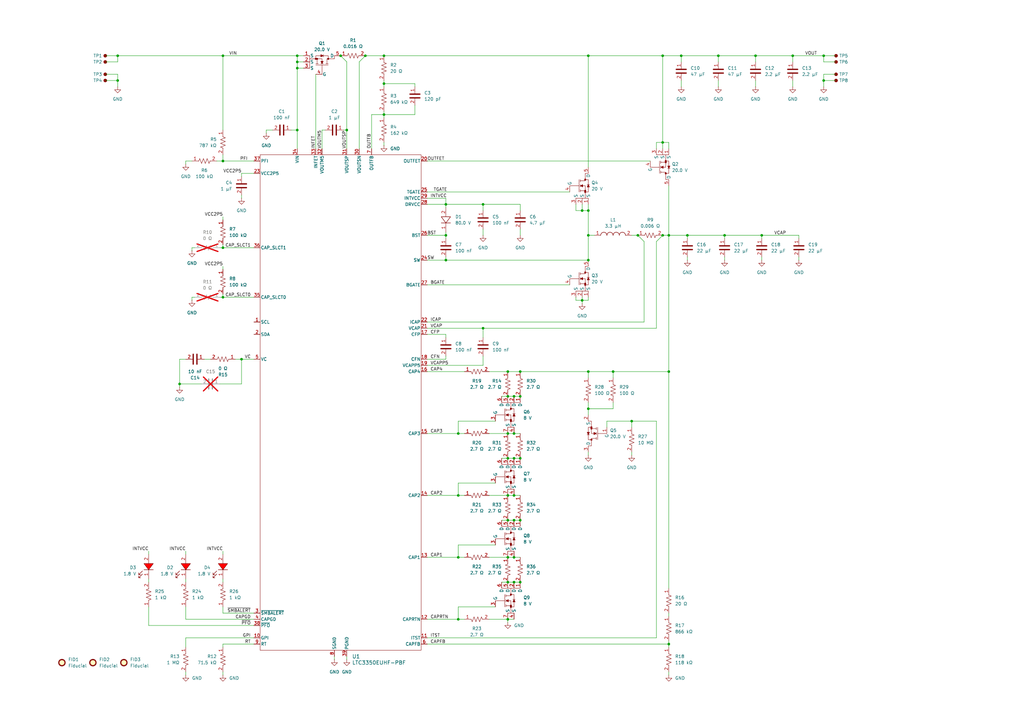
<source format=kicad_sch>
(kicad_sch (version 20250114) (generator "eeschema") (generator_version "9.0")
  (paper "A3")
  (junction (at 208.28 162.56))
  (junction (at 210.82 238.76))
  (junction (at 271.78 58.42))
  (junction (at 208.28 254))
  (junction (at 271.78 22.86))
  (junction (at 121.92 27.94))
  (junction (at 121.92 53.34))
  (junction (at 325.12 22.86))
  (junction (at 210.82 203.2))
  (junction (at 213.36 162.56))
  (junction (at 274.32 96.52))
  (junction (at 208.28 213.36))
  (junction (at 157.48 34.29))
  (junction (at 48.26 33.02))
  (junction (at 142.24 53.34))
  (junction (at 271.78 96.52))
  (junction (at 213.36 187.96))
  (junction (at 337.82 22.86))
  (junction (at 213.36 238.76))
  (junction (at 281.94 96.52))
  (junction (at 241.3 152.4))
  (junction (at 121.92 22.86))
  (junction (at 208.28 152.4))
  (junction (at 91.44 22.86))
  (junction (at 294.64 22.86))
  (junction (at 182.88 83.82))
  (junction (at 241.3 106.68))
  (junction (at 259.08 172.72))
  (junction (at 210.82 187.96))
  (junction (at 309.88 22.86))
  (junction (at 261.62 96.52))
  (junction (at 312.42 96.52))
  (junction (at 274.32 152.4))
  (junction (at 241.3 86.36))
  (junction (at 210.82 162.56))
  (junction (at 198.12 83.82))
  (junction (at 157.48 46.99))
  (junction (at 297.18 96.52))
  (junction (at 99.06 147.32))
  (junction (at 139.7 22.86))
  (junction (at 210.82 213.36))
  (junction (at 187.96 203.2))
  (junction (at 198.12 134.62))
  (junction (at 208.28 228.6))
  (junction (at 213.36 213.36))
  (junction (at 157.48 22.86))
  (junction (at 337.82 33.02))
  (junction (at 187.96 228.6))
  (junction (at 48.26 22.86))
  (junction (at 91.44 101.6))
  (junction (at 208.28 238.76))
  (junction (at 149.86 22.86))
  (junction (at 210.82 228.6))
  (junction (at 279.4 22.86))
  (junction (at 91.44 66.04))
  (junction (at 91.44 121.92))
  (junction (at 187.96 177.8))
  (junction (at 241.3 22.86))
  (junction (at 238.76 123.19))
  (junction (at 121.92 25.4))
  (junction (at 241.3 96.52))
  (junction (at 251.46 152.4))
  (junction (at 274.32 264.16))
  (junction (at 182.88 106.68))
  (junction (at 210.82 177.8))
  (junction (at 208.28 203.2))
  (junction (at 208.28 177.8))
  (junction (at 73.66 157.48))
  (junction (at 208.28 187.96))
  (junction (at 241.3 167.64))
  (junction (at 213.36 152.4))
  (junction (at 238.76 86.36))
  (junction (at 182.88 96.52))
  (junction (at 187.96 254))
  (wire (pts (xy 241.3 22.86) (xy 241.3 68.58)))
  (wire (pts (xy 182.88 81.28) (xy 182.88 83.82)))
  (wire (pts (xy 91.44 22.86) (xy 91.44 53.34)))
  (wire (pts (xy 208.28 254) (xy 210.82 254)))
  (wire (pts (xy 121.92 25.4) (xy 124.46 25.4)))
  (wire (pts (xy 133.35 53.34) (xy 132.08 53.34)))
  (wire (pts (xy 327.66 96.52) (xy 327.66 97.79)))
  (wire (pts (xy 182.88 106.68) (xy 241.3 106.68)))
  (wire (pts (xy 198.12 134.62) (xy 198.12 138.43)))
  (wire (pts (xy 325.12 22.86) (xy 325.12 25.4)))
  (wire (pts (xy 48.26 22.86) (xy 43.18 22.86)))
  (wire (pts (xy 73.66 157.48) (xy 82.55 157.48)))
  (wire (pts (xy 170.18 46.99) (xy 157.48 46.99)))
  (wire (pts (xy 210.82 203.2) (xy 213.36 203.2)))
  (wire (pts (xy 274.32 96.52) (xy 271.78 96.52)))
  (wire (pts (xy 238.76 86.36) (xy 241.3 86.36)))
  (wire (pts (xy 236.22 123.19) (xy 238.76 123.19)))
  (wire (pts (xy 60.96 226.06) (xy 60.96 227.33)))
  (wire (pts (xy 73.66 147.32) (xy 73.66 157.48)))
  (wire (pts (xy 210.82 228.6) (xy 213.36 228.6)))
  (wire (pts (xy 279.4 22.86) (xy 294.64 22.86)))
  (wire (pts (xy 175.26 116.84) (xy 233.68 116.84)))
  (wire (pts (xy 264.16 99.06) (xy 264.16 132.08)))
  (wire (pts (xy 147.32 25.4) (xy 147.32 60.96)))
  (wire (pts (xy 208.28 162.56) (xy 210.82 162.56)))
  (wire (pts (xy 175.26 106.68) (xy 182.88 106.68)))
  (wire (pts (xy 187.96 248.92) (xy 187.96 254)))
  (wire (pts (xy 175.26 66.04) (xy 266.7 66.04)))
  (wire (pts (xy 274.32 96.52) (xy 274.32 152.4)))
  (wire (pts (xy 175.26 228.6) (xy 187.96 228.6)))
  (wire (pts (xy 274.32 265.43) (xy 274.32 264.16)))
  (wire (pts (xy 76.2 254) (xy 104.14 254)))
  (wire (pts (xy 208.28 228.6) (xy 210.82 228.6)))
  (wire (pts (xy 200.66 203.2) (xy 208.28 203.2)))
  (wire (pts (xy 91.44 66.04) (xy 104.14 66.04)))
  (wire (pts (xy 121.92 27.94) (xy 121.92 53.34)))
  (wire (pts (xy 121.92 22.86) (xy 121.92 25.4)))
  (wire (pts (xy 90.17 121.92) (xy 91.44 121.92)))
  (wire (pts (xy 241.3 152.4) (xy 241.3 154.94)))
  (wire (pts (xy 198.12 93.98) (xy 198.12 96.52)))
  (wire (pts (xy 76.2 226.06) (xy 76.2 227.33)))
  (wire (pts (xy 149.86 22.86) (xy 157.48 22.86)))
  (wire (pts (xy 170.18 43.18) (xy 170.18 46.99)))
  (wire (pts (xy 137.16 269.24) (xy 137.16 270.51)))
  (wire (pts (xy 248.92 172.72) (xy 248.92 175.26)))
  (wire (pts (xy 91.44 121.92) (xy 104.14 121.92)))
  (wire (pts (xy 73.66 147.32) (xy 76.2 147.32)))
  (wire (pts (xy 91.44 63.5) (xy 91.44 66.04)))
  (wire (pts (xy 241.3 165.1) (xy 241.3 167.64)))
  (wire (pts (xy 337.82 33.02) (xy 337.82 35.56)))
  (wire (pts (xy 251.46 165.1) (xy 251.46 167.64)))
  (wire (pts (xy 187.96 177.8) (xy 190.5 177.8)))
  (wire (pts (xy 337.82 22.86) (xy 337.82 25.4)))
  (wire (pts (xy 142.24 53.34) (xy 142.24 60.96)))
  (wire (pts (xy 76.2 254) (xy 76.2 248.92)))
  (wire (pts (xy 124.46 27.94) (xy 121.92 27.94)))
  (wire (pts (xy 91.44 248.92) (xy 91.44 251.46)))
  (wire (pts (xy 157.48 59.69) (xy 157.48 58.42)))
  (wire (pts (xy 157.48 46.99) (xy 152.4 46.99)))
  (wire (pts (xy 210.82 162.56) (xy 213.36 162.56)))
  (wire (pts (xy 274.32 152.4) (xy 274.32 241.3)))
  (wire (pts (xy 210.82 177.8) (xy 213.36 177.8)))
  (wire (pts (xy 157.48 22.86) (xy 241.3 22.86)))
  (wire (pts (xy 91.44 238.76) (xy 91.44 237.49)))
  (wire (pts (xy 187.96 228.6) (xy 190.5 228.6)))
  (wire (pts (xy 187.96 248.92) (xy 203.2 248.92)))
  (wire (pts (xy 88.9 66.04) (xy 91.44 66.04)))
  (wire (pts (xy 175.26 254) (xy 187.96 254)))
  (wire (pts (xy 325.12 22.86) (xy 337.82 22.86)))
  (wire (pts (xy 337.82 33.02) (xy 342.9 33.02)))
  (wire (pts (xy 175.26 152.4) (xy 190.5 152.4)))
  (wire (pts (xy 91.44 101.6) (xy 104.14 101.6)))
  (wire (pts (xy 175.26 81.28) (xy 182.88 81.28)))
  (wire (pts (xy 182.88 105.41) (xy 182.88 106.68)))
  (wire (pts (xy 142.24 269.24) (xy 142.24 270.51)))
  (wire (pts (xy 269.24 60.96) (xy 269.24 58.42)))
  (wire (pts (xy 261.62 96.52) (xy 264.16 99.06)))
  (wire (pts (xy 78.74 121.92) (xy 78.74 123.19)))
  (wire (pts (xy 157.48 34.29) (xy 157.48 35.56)))
  (wire (pts (xy 121.92 27.94) (xy 121.92 25.4)))
  (wire (pts (xy 76.2 237.49) (xy 76.2 238.76)))
  (wire (pts (xy 210.82 213.36) (xy 213.36 213.36)))
  (wire (pts (xy 259.08 172.72) (xy 269.24 172.72)))
  (wire (pts (xy 182.88 146.05) (xy 182.88 147.32)))
  (wire (pts (xy 205.74 187.96) (xy 208.28 187.96)))
  (wire (pts (xy 279.4 22.86) (xy 279.4 25.4)))
  (wire (pts (xy 297.18 96.52) (xy 312.42 96.52)))
  (wire (pts (xy 236.22 121.92) (xy 236.22 123.19)))
  (wire (pts (xy 241.3 185.42) (xy 241.3 186.69)))
  (wire (pts (xy 269.24 99.06) (xy 271.78 96.52)))
  (wire (pts (xy 205.74 213.36) (xy 208.28 213.36)))
  (wire (pts (xy 187.96 254) (xy 190.5 254)))
  (wire (pts (xy 210.82 238.76) (xy 213.36 238.76)))
  (wire (pts (xy 175.26 264.16) (xy 274.32 264.16)))
  (wire (pts (xy 175.26 261.62) (xy 269.24 261.62)))
  (wire (pts (xy 281.94 96.52) (xy 297.18 96.52)))
  (wire (pts (xy 200.66 228.6) (xy 208.28 228.6)))
  (wire (pts (xy 78.74 101.6) (xy 78.74 102.87)))
  (wire (pts (xy 76.2 67.31) (xy 76.2 66.04)))
  (wire (pts (xy 274.32 262.89) (xy 274.32 264.16)))
  (wire (pts (xy 142.24 53.34) (xy 142.24 25.4)))
  (wire (pts (xy 312.42 105.41) (xy 312.42 106.68)))
  (wire (pts (xy 259.08 185.42) (xy 259.08 186.69)))
  (wire (pts (xy 208.28 238.76) (xy 210.82 238.76)))
  (wire (pts (xy 274.32 60.96) (xy 274.32 58.42)))
  (wire (pts (xy 281.94 105.41) (xy 281.94 106.68)))
  (wire (pts (xy 48.26 33.02) (xy 43.18 33.02)))
  (wire (pts (xy 175.26 177.8) (xy 187.96 177.8)))
  (wire (pts (xy 297.18 96.52) (xy 297.18 97.79)))
  (wire (pts (xy 337.82 30.48) (xy 342.9 30.48)))
  (wire (pts (xy 182.88 96.52) (xy 182.88 97.79)))
  (wire (pts (xy 241.3 167.64) (xy 241.3 170.18)))
  (wire (pts (xy 337.82 25.4) (xy 342.9 25.4)))
  (wire (pts (xy 269.24 58.42) (xy 271.78 58.42)))
  (wire (pts (xy 48.26 22.86) (xy 48.26 25.4)))
  (wire (pts (xy 309.88 33.02) (xy 309.88 35.56)))
  (wire (pts (xy 99.06 147.32) (xy 99.06 157.48)))
  (wire (pts (xy 269.24 99.06) (xy 269.24 134.62)))
  (wire (pts (xy 175.26 134.62) (xy 198.12 134.62)))
  (wire (pts (xy 241.3 83.82) (xy 241.3 86.36)))
  (wire (pts (xy 152.4 46.99) (xy 152.4 60.96)))
  (wire (pts (xy 327.66 105.41) (xy 327.66 106.68)))
  (wire (pts (xy 274.32 251.46) (xy 274.32 252.73)))
  (wire (pts (xy 187.96 223.52) (xy 187.96 228.6)))
  (wire (pts (xy 269.24 172.72) (xy 269.24 261.62)))
  (wire (pts (xy 48.26 22.86) (xy 91.44 22.86)))
  (wire (pts (xy 175.26 147.32) (xy 182.88 147.32)))
  (wire (pts (xy 241.3 167.64) (xy 251.46 167.64)))
  (wire (pts (xy 187.96 203.2) (xy 190.5 203.2)))
  (wire (pts (xy 241.3 96.52) (xy 243.84 96.52)))
  (wire (pts (xy 274.32 276.86) (xy 274.32 275.59)))
  (wire (pts (xy 91.44 275.59) (xy 91.44 276.86)))
  (wire (pts (xy 175.26 137.16) (xy 182.88 137.16)))
  (wire (pts (xy 73.66 157.48) (xy 73.66 158.75)))
  (wire (pts (xy 238.76 123.19) (xy 241.3 123.19)))
  (wire (pts (xy 213.36 152.4) (xy 241.3 152.4)))
  (wire (pts (xy 140.97 53.34) (xy 142.24 53.34)))
  (wire (pts (xy 170.18 35.56) (xy 170.18 34.29)))
  (wire (pts (xy 241.3 96.52) (xy 241.3 106.68)))
  (wire (pts (xy 175.26 96.52) (xy 182.88 96.52)))
  (wire (pts (xy 236.22 83.82) (xy 236.22 86.36)))
  (wire (pts (xy 109.22 54.61) (xy 109.22 53.34)))
  (wire (pts (xy 175.26 149.86) (xy 198.12 149.86)))
  (wire (pts (xy 78.74 121.92) (xy 80.01 121.92)))
  (wire (pts (xy 91.44 251.46) (xy 104.14 251.46)))
  (wire (pts (xy 157.48 33.02) (xy 157.48 34.29)))
  (wire (pts (xy 198.12 134.62) (xy 269.24 134.62)))
  (wire (pts (xy 91.44 22.86) (xy 121.92 22.86)))
  (wire (pts (xy 91.44 121.92) (xy 91.44 120.65)))
  (wire (pts (xy 271.78 22.86) (xy 279.4 22.86)))
  (wire (pts (xy 78.74 101.6) (xy 80.01 101.6)))
  (wire (pts (xy 48.26 25.4) (xy 43.18 25.4)))
  (wire (pts (xy 200.66 152.4) (xy 208.28 152.4)))
  (wire (pts (xy 198.12 146.05) (xy 198.12 149.86)))
  (wire (pts (xy 208.28 254) (xy 208.28 255.27)))
  (wire (pts (xy 149.86 22.86) (xy 147.32 25.4)))
  (wire (pts (xy 48.26 33.02) (xy 48.26 35.56)))
  (wire (pts (xy 236.22 86.36) (xy 238.76 86.36)))
  (wire (pts (xy 248.92 172.72) (xy 259.08 172.72)))
  (wire (pts (xy 259.08 96.52) (xy 261.62 96.52)))
  (wire (pts (xy 121.92 53.34) (xy 121.92 60.96)))
  (wire (pts (xy 60.96 237.49) (xy 60.96 238.76)))
  (wire (pts (xy 238.76 121.92) (xy 238.76 123.19)))
  (wire (pts (xy 83.82 147.32) (xy 86.36 147.32)))
  (wire (pts (xy 279.4 33.02) (xy 279.4 35.56)))
  (wire (pts (xy 241.3 152.4) (xy 251.46 152.4)))
  (wire (pts (xy 238.76 83.82) (xy 238.76 86.36)))
  (wire (pts (xy 337.82 30.48) (xy 337.82 33.02)))
  (wire (pts (xy 182.88 137.16) (xy 182.88 138.43)))
  (wire (pts (xy 96.52 147.32) (xy 99.06 147.32)))
  (wire (pts (xy 208.28 203.2) (xy 210.82 203.2)))
  (wire (pts (xy 91.44 88.9) (xy 91.44 90.17)))
  (wire (pts (xy 274.32 96.52) (xy 281.94 96.52)))
  (wire (pts (xy 99.06 80.01) (xy 99.06 81.28)))
  (wire (pts (xy 213.36 93.98) (xy 213.36 96.52)))
  (wire (pts (xy 274.32 58.42) (xy 271.78 58.42)))
  (wire (pts (xy 175.26 203.2) (xy 187.96 203.2)))
  (wire (pts (xy 142.24 25.4) (xy 139.7 22.86)))
  (wire (pts (xy 76.2 275.59) (xy 76.2 276.86)))
  (wire (pts (xy 60.96 256.54) (xy 104.14 256.54)))
  (wire (pts (xy 208.28 213.36) (xy 210.82 213.36)))
  (wire (pts (xy 251.46 152.4) (xy 251.46 154.94)))
  (wire (pts (xy 99.06 72.39) (xy 99.06 71.12)))
  (wire (pts (xy 90.17 157.48) (xy 99.06 157.48)))
  (wire (pts (xy 187.96 198.12) (xy 203.2 198.12)))
  (wire (pts (xy 187.96 172.72) (xy 187.96 177.8)))
  (wire (pts (xy 251.46 152.4) (xy 274.32 152.4)))
  (wire (pts (xy 76.2 261.62) (xy 76.2 265.43)))
  (wire (pts (xy 312.42 96.52) (xy 327.66 96.52)))
  (wire (pts (xy 325.12 33.02) (xy 325.12 35.56)))
  (wire (pts (xy 182.88 83.82) (xy 198.12 83.82)))
  (wire (pts (xy 208.28 187.96) (xy 210.82 187.96)))
  (wire (pts (xy 294.64 22.86) (xy 294.64 25.4)))
  (wire (pts (xy 200.66 254) (xy 208.28 254)))
  (wire (pts (xy 208.28 177.8) (xy 210.82 177.8)))
  (wire (pts (xy 99.06 71.12) (xy 104.14 71.12)))
  (wire (pts (xy 297.18 105.41) (xy 297.18 106.68)))
  (wire (pts (xy 271.78 58.42) (xy 271.78 22.86)))
  (wire (pts (xy 182.88 95.25) (xy 182.88 96.52)))
  (wire (pts (xy 175.26 83.82) (xy 182.88 83.82)))
  (wire (pts (xy 91.44 226.06) (xy 91.44 227.33)))
  (wire (pts (xy 175.26 132.08) (xy 264.16 132.08)))
  (wire (pts (xy 124.46 22.86) (xy 121.92 22.86)))
  (wire (pts (xy 119.38 53.34) (xy 121.92 53.34)))
  (wire (pts (xy 294.64 33.02) (xy 294.64 35.56)))
  (wire (pts (xy 294.64 22.86) (xy 309.88 22.86)))
  (wire (pts (xy 200.66 177.8) (xy 208.28 177.8)))
  (wire (pts (xy 91.44 100.33) (xy 91.44 101.6)))
  (wire (pts (xy 109.22 53.34) (xy 111.76 53.34)))
  (wire (pts (xy 241.3 86.36) (xy 241.3 96.52)))
  (wire (pts (xy 157.48 48.26) (xy 157.48 46.99)))
  (wire (pts (xy 182.88 83.82) (xy 182.88 85.09)))
  (wire (pts (xy 241.3 121.92) (xy 241.3 123.19)))
  (wire (pts (xy 208.28 152.4) (xy 213.36 152.4)))
  (wire (pts (xy 91.44 109.22) (xy 91.44 110.49)))
  (wire (pts (xy 132.08 53.34) (xy 132.08 60.96)))
  (wire (pts (xy 309.88 22.86) (xy 309.88 25.4)))
  (wire (pts (xy 198.12 83.82) (xy 198.12 86.36)))
  (wire (pts (xy 238.76 123.19) (xy 238.76 124.46)))
  (wire (pts (xy 213.36 83.82) (xy 198.12 83.82)))
  (wire (pts (xy 187.96 198.12) (xy 187.96 203.2)))
  (wire (pts (xy 205.74 238.76) (xy 208.28 238.76)))
  (wire (pts (xy 91.44 264.16) (xy 104.14 264.16)))
  (wire (pts (xy 205.74 162.56) (xy 208.28 162.56)))
  (wire (pts (xy 76.2 261.62) (xy 104.14 261.62)))
  (wire (pts (xy 76.2 66.04) (xy 78.74 66.04)))
  (wire (pts (xy 337.82 22.86) (xy 342.9 22.86)))
  (wire (pts (xy 60.96 248.92) (xy 60.96 256.54)))
  (wire (pts (xy 187.96 223.52) (xy 203.2 223.52)))
  (wire (pts (xy 129.54 30.48) (xy 129.54 60.96)))
  (wire (pts (xy 309.88 22.86) (xy 325.12 22.86)))
  (wire (pts (xy 48.26 30.48) (xy 48.26 33.02)))
  (wire (pts (xy 213.36 86.36) (xy 213.36 83.82)))
  (wire (pts (xy 281.94 96.52) (xy 281.94 97.79)))
  (wire (pts (xy 187.96 172.72) (xy 203.2 172.72)))
  (wire (pts (xy 91.44 264.16) (xy 91.44 265.43)))
  (wire (pts (xy 271.78 58.42) (xy 271.78 60.96)))
  (wire (pts (xy 170.18 34.29) (xy 157.48 34.29)))
  (wire (pts (xy 259.08 172.72) (xy 259.08 175.26)))
  (wire (pts (xy 99.06 147.32) (xy 104.14 147.32)))
  (wire (pts (xy 90.17 101.6) (xy 91.44 101.6)))
  (wire (pts (xy 241.3 22.86) (xy 271.78 22.86)))
  (wire (pts (xy 210.82 187.96) (xy 213.36 187.96)))
  (wire (pts (xy 175.26 78.74) (xy 233.68 78.74)))
  (wire (pts (xy 312.42 96.52) (xy 312.42 97.79)))
  (wire (pts (xy 157.48 45.72) (xy 157.48 46.99)))
  (wire (pts (xy 274.32 76.2) (xy 274.32 96.52)))
  (wire (pts (xy 48.26 30.48) (xy 43.18 30.48)))
  (label "~{PFO}" (at 102.87 256.54 180))
  (label "CAPFB" (at 176.53 264.16 0))
  (label "ICAP" (at 176.53 132.08 0))
  (label "INTVCC" (at 91.44 226.06 180))
  (label "TGATE" (at 177.8 78.74 0))
  (label "GPI" (at 102.87 261.62 180))
  (label "CFN" (at 176.53 147.32 0))
  (label "INFET" (at 129.54 60.96 90))
  (label "VCAPP5" (at 176.53 149.86 0))
  (label "VC" (at 100.33 147.32 0))
  (label "VCC2P5" (at 99.06 71.12 180))
  (label "CAP4" (at 176.53 152.4 0))
  (label "BGATE" (at 176.53 116.84 0))
  (label "INTVCC" (at 76.2 226.06 180))
  (label "VOUTM5" (at 132.08 60.96 90))
  (label "CAP2" (at 176.53 203.2 0))
  (label "CAPGD" (at 102.87 254 180))
  (label "SW" (at 175.26 106.68 0))
  (label "VCAP" (at 176.53 134.62 0))
  (label "VCAP" (at 317.5 96.52 0))
  (label "VIN" (at 93.98 22.86 0))
  (label "OUTFET" (at 175.26 66.04 0))
  (label "VOUT" (at 330.2 22.86 0))
  (label "VCC2P5" (at 91.44 88.9 180))
  (label "ITST" (at 176.53 261.62 0))
  (label "CAP3" (at 176.53 177.8 0))
  (label "RT" (at 102.87 264.16 180))
  (label "~{SMBALERT}" (at 102.87 251.46 180))
  (label "CAP_SLCT0" (at 102.87 121.92 180))
  (label "CAPRTN" (at 176.53 254 0))
  (label "CAP_SLCT1" (at 102.87 101.6 180))
  (label "INTVCC" (at 176.53 81.28 0))
  (label "VCC2P5" (at 91.44 109.22 180))
  (label "BST" (at 175.26 96.52 0))
  (label "INTVCC" (at 60.96 226.06 180))
  (label "PFI" (at 101.6 66.04 180))
  (label "OUTFB" (at 152.4 60.96 90))
  (label "CFP" (at 176.53 137.16 0))
  (label "CAP1" (at 176.53 228.6 0))
  (label "VOUTSP" (at 142.24 60.96 90))
  (symbol (lib_id "RESISTORS_ERJ-2RKF_DATA_BASE:R_ERJ-2RKF1003X") (at 83.82 66.04 0) (unit 1)
    (property "Reference" "R6" (at 83.82 69.85 0))
    (property "Value" "100 kΩ" (at 83.82 72.39 0))
    (property "Footprint" "resistor_footprints:R_0402_1005Metric" (effects (hide yes)))
    (property "Datasheet" "https://industrial.panasonic.com/cdbs/www-data/pdf/RDA0000/AOA0000C304.pdf" (effects (hide yes)))
    (property "Description" "RES SMD 100 kΩ 1% 0402 50V" (effects (hide yes)))
    (property "Case Code - in" "0402" (effects (hide yes)))
    (property "Case Code - mm" "1005" (effects (hide yes)))
    (property "Component Type" "Resistor" (effects (hide yes)))
    (property "MPN" "ERJ-2RKF1003X" (effects (hide yes)))
    (property "Manufacturer" "Panasonic" (effects (hide yes)))
    (property "Series" "ERJ-2RKF" (effects (hide yes)))
    (property "Symbol Name" "R_ERJ-2RKF1003X" (effects (hide yes)))
    (property "Temperature Coefficient" "100 ppm/°C" (effects (hide yes)))
    (property "Tolerance" "1%" (effects (hide yes)))
    (property "Trustedparts Search" "https://www.trustedparts.com/en/search/ERJ-2RKF1003X" (effects (hide yes)))
    (property "Voltage Rating" "50V" (effects (hide yes)))
  )
  (symbol (lib_id "RESISTORS_ERJ-6DQF_DATA_BASE:R_ERJ-6DQF2R7V") (at 195.58 228.6 0) (mirror x) (unit 1)
    (property "Reference" "R22" (at 195.58 232.41 0))
    (property "Value" "2.7 Ω" (at 195.58 234.95 0))
    (property "Footprint" "resistor_footprints:R_0805_2012Metric" (effects (hide yes)))
    (property "Datasheet" "https://industrial.panasonic.com/cdbs/www-data/pdf/RDN0000/AOA0000C313.pdf" (effects (hide yes)))
    (property "Description" "RES SMD 2.7 Ω 1% 0805 150V" (effects (hide yes)))
    (property "Case Code - in" "0805" (effects (hide yes)))
    (property "Case Code - mm" "2012" (effects (hide yes)))
    (property "Component Type" "Resistor" (effects (hide yes)))
    (property "MPN" "ERJ-6DQF2R7V" (effects (hide yes)))
    (property "Manufacturer" "Panasonic" (effects (hide yes)))
    (property "Series" "ERJ-6DQF" (effects (hide yes)))
    (property "Symbol Name" "R_ERJ-6DQF2R7V" (effects (hide yes)))
    (property "Temperature Coefficient" "100 ppm/°C" (effects (hide yes)))
    (property "Tolerance" "1%" (effects (hide yes)))
    (property "Trustedparts Search" "https://www.trustedparts.com/en/search/ERJ-6DQF2R7V" (effects (hide yes)))
    (property "Voltage Rating" "150V" (effects (hide yes)))
  )
  (symbol (lib_id "RESISTORS_ERJ-2RKF_DATA_BASE:R_ERJ-2RKF20R0X") (at 157.48 27.94 270) (unit 1)
    (property "Reference" "R2" (at 160.02 26.6699 90) (effects (justify left)))
    (property "Value" "20 Ω" (at 160.02 29.2099 90) (effects (justify left)))
    (property "Footprint" "resistor_footprints:R_0402_1005Metric" (effects (hide yes)))
    (property "Datasheet" "https://industrial.panasonic.com/cdbs/www-data/pdf/RDA0000/AOA0000C304.pdf" (effects (hide yes)))
    (property "Description" "RES SMD 20 Ω 1% 0402 50V" (effects (hide yes)))
    (property "Case Code - in" "0402" (effects (hide yes)))
    (property "Case Code - mm" "1005" (effects (hide yes)))
    (property "Component Type" "Resistor" (effects (hide yes)))
    (property "MPN" "ERJ-2RKF20R0X" (effects (hide yes)))
    (property "Manufacturer" "Panasonic" (effects (hide yes)))
    (property "Series" "ERJ-2RKF" (effects (hide yes)))
    (property "Symbol Name" "R_ERJ-2RKF20R0X" (effects (hide yes)))
    (property "Temperature Coefficient" "100 ppm/°C" (effects (hide yes)))
    (property "Tolerance" "1%" (effects (hide yes)))
    (property "Trustedparts Search" "https://www.trustedparts.com/en/search/ERJ-2RKF20R0X" (effects (hide yes)))
    (property "Voltage Rating" "50V" (effects (hide yes)))
  )
  (symbol (lib_id "power:GND") (at 78.74 102.87 0) (unit 1)
    (property "Reference" "#PWR013" (effects (hide yes)))
    (property "Value" "GND" (at 78.74 107.95 0))
    (property "Description" "Power symbol creates a global label with name \"GND\" , ground" (effects (hide yes)))
  )
  (symbol (lib_id "RESISTORS_RC2512FK-7W_DATA_BASE:R_RC2512FK-7W2R7L") (at 208.28 157.48 90) (mirror x) (unit 1)
    (property "Reference" "R14" (at 205.74 156.2099 90) (effects (justify left)))
    (property "Value" "2.7 Ω" (at 205.74 158.7499 90) (effects (justify left)))
    (property "Footprint" "resistor_footprints:R_2512_6332Metric" (effects (hide yes)))
    (property "Datasheet" "https://www.yageogroup.com/content/datasheet/asset/file/PYU-RC_GROUP_51_ROHS_LRC2512FK-7W2R7L" (effects (hide yes)))
    (property "Description" "RES SMD 2.7 Ω 1% 2512 200V" (effects (hide yes)))
    (property "Case Code - in" "2512" (effects (hide yes)))
    (property "Case Code - mm" "6332" (effects (hide yes)))
    (property "Component Type" "Resistor" (effects (hide yes)))
    (property "MPN" "RC2512FK-7W2R7L" (effects (hide yes)))
    (property "Manufacturer" "Yageo" (effects (hide yes)))
    (property "Series" "RC2512FK-7W" (effects (hide yes)))
    (property "Symbol Name" "R_RC2512FK-7W2R7L" (effects (hide yes)))
    (property "Temperature Coefficient" "200 ppm/°C" (effects (hide yes)))
    (property "Tolerance" "1%" (effects (hide yes)))
    (property "Trustedparts Search" "https://www.trustedparts.com/en/search/RC2512FK-7W2R7L" (effects (hide yes)))
    (property "Voltage Rating" "200V" (effects (hide yes)))
  )
  (symbol (lib_id "UNITED_IC_ADI:U_LTC3350EUHF-PBF") (at 139.7 165.1 0) (unit 1)
    (property "Reference" "U1" (at 144.3833 269.24 0) (effects (font (size 1.524 1.524)) (justify left)))
    (property "Value" "LTC3350EUHF-PBF" (at 144.3833 271.78 0) (effects (font (size 1.524 1.524)) (justify left)))
    (property "Footprint" "analog_devices_footprints:QFN-38_UHF_LIT" (effects (hide yes)))
    (property "Datasheet" "https://www.analog.com/media/en/technical-documentation/data-sheets/ltc3350.pdf" (effects (hide yes)))
    (property "Description" "High Current Supercapacitor Backup Controller and System Monitor" (effects (hide yes)))
    (property "MPN" "LTC3350EUHF#PBF" (effects (hide yes)))
  )
  (symbol (lib_id "CAPACITORS_GCM155R71H_DATA_BASE:C_GCM155R71H104KE02D") (at 182.88 142.24 90) (mirror x) (unit 1)
    (property "Reference" "C8" (at 186.69 140.9699 90) (effects (justify right)))
    (property "Value" "100 nF" (at 186.69 143.5099 90) (effects (justify right)))
    (property "Footprint" "capacitor_footprints:C_0402_1005Metric" (effects (hide yes)))
    (property "Datasheet" "https://search.murata.co.jp/Ceramy/image/img/A01X/G101/ENG/GCM155R71H104KE02-01.pdf" (effects (hide yes)))
    (property "Description" "CAP SMD 100 nF X7R 10% 0402 50V" (effects (hide yes)))
    (property "Capacitor Type" "Ceramic" (effects (hide yes)))
    (property "Case Code - in" "0402" (effects (hide yes)))
    (property "Case Code - mm" "1005" (effects (hide yes)))
    (property "Dielectric" "X7R" (effects (hide yes)))
    (property "MPN" "GCM155R71H104KE02D" (effects (hide yes)))
    (property "Manufacturer" "Murata Electronics" (effects (hide yes)))
    (property "Series" "GCM155R71H" (effects (hide yes)))
    (property "Symbol Name" "C_GCM155R71H104KE02D" (effects (hide yes)))
    (property "Tolerance" "10%" (effects (hide yes)))
    (property "Trustedparts Search" "https://www.trustedparts.com/en/search/GCM155R71H104KE02D" (effects (hide yes)))
    (property "Voltage Rating" "50V" (effects (hide yes)))
  )
  (symbol (lib_id "RESISTORS_ERJ-6DQF_DATA_BASE:R_ERJ-6DQF2R7V") (at 195.58 177.8 0) (mirror x) (unit 1)
    (property "Reference" "R20" (at 195.58 181.61 0))
    (property "Value" "2.7 Ω" (at 195.58 184.15 0))
    (property "Footprint" "resistor_footprints:R_0805_2012Metric" (effects (hide yes)))
    (property "Datasheet" "https://industrial.panasonic.com/cdbs/www-data/pdf/RDN0000/AOA0000C313.pdf" (effects (hide yes)))
    (property "Description" "RES SMD 2.7 Ω 1% 0805 150V" (effects (hide yes)))
    (property "Case Code - in" "0805" (effects (hide yes)))
    (property "Case Code - mm" "2012" (effects (hide yes)))
    (property "Component Type" "Resistor" (effects (hide yes)))
    (property "MPN" "ERJ-6DQF2R7V" (effects (hide yes)))
    (property "Manufacturer" "Panasonic" (effects (hide yes)))
    (property "Series" "ERJ-6DQF" (effects (hide yes)))
    (property "Symbol Name" "R_ERJ-6DQF2R7V" (effects (hide yes)))
    (property "Temperature Coefficient" "100 ppm/°C" (effects (hide yes)))
    (property "Tolerance" "1%" (effects (hide yes)))
    (property "Trustedparts Search" "https://www.trustedparts.com/en/search/ERJ-6DQF2R7V" (effects (hide yes)))
    (property "Voltage Rating" "150V" (effects (hide yes)))
  )
  (symbol (lib_id "RESISTORS_ERJ-2RKF_DATA_BASE:R_ERJ-2RKF1004X") (at 76.2 270.51 90) (mirror x) (unit 1)
    (property "Reference" "R13" (at 73.66 269.2399 90) (effects (justify left)))
    (property "Value" "1 MΩ" (at 73.66 271.7799 90) (effects (justify left)))
    (property "Footprint" "resistor_footprints:R_0402_1005Metric" (effects (hide yes)))
    (property "Datasheet" "https://industrial.panasonic.com/cdbs/www-data/pdf/RDA0000/AOA0000C304.pdf" (effects (hide yes)))
    (property "Description" "RES SMD 1 MΩ 1% 0402 50V" (effects (hide yes)))
    (property "Case Code - in" "0402" (effects (hide yes)))
    (property "Case Code - mm" "1005" (effects (hide yes)))
    (property "Component Type" "Resistor" (effects (hide yes)))
    (property "MPN" "ERJ-2RKF1004X" (effects (hide yes)))
    (property "Manufacturer" "Panasonic" (effects (hide yes)))
    (property "Series" "ERJ-2RKF" (effects (hide yes)))
    (property "Symbol Name" "R_ERJ-2RKF1004X" (effects (hide yes)))
    (property "Temperature Coefficient" "100 ppm/°C" (effects (hide yes)))
    (property "Tolerance" "1%" (effects (hide yes)))
    (property "Trustedparts Search" "https://www.trustedparts.com/en/search/ERJ-2RKF1004X" (effects (hide yes)))
    (property "Voltage Rating" "50V" (effects (hide yes)))
  )
  (symbol (lib_id "power:GND") (at 213.36 96.52 0) (unit 1)
    (property "Reference" "#PWR07" (effects (hide yes)))
    (property "Value" "GND" (at 213.36 101.6 0))
    (property "Description" "Power symbol creates a global label with name \"GND\" , ground" (effects (hide yes)))
  )
  (symbol (lib_id "RESISTORS_ERJ-2RKF_DATA_BASE:R_ERJ-2RKF8663X") (at 274.32 257.81 270) (unit 1)
    (property "Reference" "R17" (at 276.86 256.5399 90) (effects (justify left)))
    (property "Value" "866 kΩ" (at 276.86 259.0799 90) (effects (justify left)))
    (property "Footprint" "resistor_footprints:R_0402_1005Metric" (effects (hide yes)))
    (property "Datasheet" "https://industrial.panasonic.com/cdbs/www-data/pdf/RDA0000/AOA0000C304.pdf" (effects (hide yes)))
    (property "Description" "RES SMD 866 kΩ 1% 0402 50V" (effects (hide yes)))
    (property "Case Code - in" "0402" (effects (hide yes)))
    (property "Case Code - mm" "1005" (effects (hide yes)))
    (property "Component Type" "Resistor" (effects (hide yes)))
    (property "MPN" "ERJ-2RKF8663X" (effects (hide yes)))
    (property "Manufacturer" "Panasonic" (effects (hide yes)))
    (property "Series" "ERJ-2RKF" (effects (hide yes)))
    (property "Symbol Name" "R_ERJ-2RKF8663X" (effects (hide yes)))
    (property "Temperature Coefficient" "100 ppm/°C" (effects (hide yes)))
    (property "Tolerance" "1%" (effects (hide yes)))
    (property "Trustedparts Search" "https://www.trustedparts.com/en/search/ERJ-2RKF8663X" (effects (hide yes)))
    (property "Voltage Rating" "50V" (effects (hide yes)))
  )
  (symbol (lib_id "TRANSISTORS_SIA436DJ-T1-GE3_DATA_BASE:Q_SIA436DJ-T1-GE3") (at 209.55 170.18 270) (unit 1)
    (property "Reference" "Q6" (at 214.63 168.9099 90) (effects (justify left)))
    (property "Value" "8 V" (at 214.63 171.4499 90) (effects (justify left)))
    (property "Footprint" "transistor_footprints:PowerPAK SC-70" (effects (hide yes)))
    (property "Datasheet" "https://www.vishay.com/docs/63535/sia436dj.pdf" (effects (hide yes)))
    (property "Description" "Transistor 8 V" (effects (hide yes)))
    (property "Collector Current (A)" "-" (effects (hide yes)))
    (property "Drain Current (A)" "12.0" (effects (hide yes)))
    (property "MPN" "SIA436DJ-T1-GE3" (effects (hide yes)))
    (property "Manufacturer" "Vishay Semiconductors" (effects (hide yes)))
    (property "Series" "SIA436DJ-T1-GE3" (effects (hide yes)))
    (property "Symbol Name" "Q_SIA436DJ-T1-GE3" (effects (hide yes)))
    (property "Transistor Type" "N-Channel" (effects (hide yes)))
    (property "Trustedparts Search" "https://www.trustedparts.com/en/search/SIA436DJ-T1-GE3" (effects (hide yes)))
  )
  (symbol (lib_id "CAPACITORS_C1005X6S1C_DATA_BASE:C_C1005X6S1C105K050BC") (at 99.06 76.2 90) (mirror x) (unit 1)
    (property "Reference" "C4" (at 95.25 74.9299 90) (effects (justify left)))
    (property "Value" "1 µF" (at 95.25 77.4699 90) (effects (justify left)))
    (property "Footprint" "capacitor_footprints:C_0402_1005Metric" (effects (hide yes)))
    (property "Datasheet" "https://product.tdk.com/en/search/capacitor/ceramic/mlcc/info?part_no=C1005X6S1C105K050BC" (effects (hide yes)))
    (property "Description" "CAP SMD 1 µF X7S 10% 0402 16V" (effects (hide yes)))
    (property "Capacitor Type" "Ceramic" (effects (hide yes)))
    (property "Case Code - in" "0402" (effects (hide yes)))
    (property "Case Code - mm" "1005" (effects (hide yes)))
    (property "Dielectric" "X7S" (effects (hide yes)))
    (property "MPN" "C1005X6S1C105K050BC" (effects (hide yes)))
    (property "Manufacturer" "TDK" (effects (hide yes)))
    (property "Series" "C1005X6S1C" (effects (hide yes)))
    (property "Symbol Name" "C_C1005X6S1C105K050BC" (effects (hide yes)))
    (property "Tolerance" "10%" (effects (hide yes)))
    (property "Trustedparts Search" "https://www.trustedparts.com/en/search/C1005X6S1C105K050BC" (effects (hide yes)))
    (property "Voltage Rating" "16V" (effects (hide yes)))
  )
  (symbol (lib_id "CAPACITORS_GCM155R71H_DATA_BASE:C_GCM155R71H103KA55D") (at 80.01 147.32 0) (mirror y) (unit 1)
    (property "Reference" "C14" (at 80.01 154.94 0))
    (property "Value" "10 nF" (at 80.01 152.4 0))
    (property "Footprint" "capacitor_footprints:C_0402_1005Metric" (effects (hide yes)))
    (property "Datasheet" "https://search.murata.co.jp/Ceramy/image/img/A01X/G101/ENG/GCM155R71H103KA55-01.pdf" (effects (hide yes)))
    (property "Description" "CAP SMD 10 nF X7R 10% 0402 50V" (effects (hide yes)))
    (property "Capacitor Type" "Ceramic" (effects (hide yes)))
    (property "Case Code - in" "0402" (effects (hide yes)))
    (property "Case Code - mm" "1005" (effects (hide yes)))
    (property "Dielectric" "X7R" (effects (hide yes)))
    (property "MPN" "GCM155R71H103KA55D" (effects (hide yes)))
    (property "Manufacturer" "Murata Electronics" (effects (hide yes)))
    (property "Series" "GCM155R71H" (effects (hide yes)))
    (property "Symbol Name" "C_GCM155R71H103KA55D" (effects (hide yes)))
    (property "Tolerance" "10%" (effects (hide yes)))
    (property "Trustedparts Search" "https://www.trustedparts.com/en/search/GCM155R71H103KA55D" (effects (hide yes)))
    (property "Voltage Rating" "50V" (effects (hide yes)))
  )
  (symbol (lib_id "CAPACITORS_GCM155R71H_DATA_BASE:C_GCM155R71H104KE02D") (at 115.57 53.34 0) (mirror y) (unit 1)
    (property "Reference" "C1" (at 115.57 45.72 0))
    (property "Value" "100 nF" (at 115.57 48.26 0))
    (property "Footprint" "capacitor_footprints:C_0402_1005Metric" (effects (hide yes)))
    (property "Datasheet" "https://search.murata.co.jp/Ceramy/image/img/A01X/G101/ENG/GCM155R71H104KE02-01.pdf" (effects (hide yes)))
    (property "Description" "CAP SMD 100 nF X7R 10% 0402 50V" (effects (hide yes)))
    (property "Capacitor Type" "Ceramic" (effects (hide yes)))
    (property "Case Code - in" "0402" (effects (hide yes)))
    (property "Case Code - mm" "1005" (effects (hide yes)))
    (property "Dielectric" "X7R" (effects (hide yes)))
    (property "MPN" "GCM155R71H104KE02D" (effects (hide yes)))
    (property "Manufacturer" "Murata Electronics" (effects (hide yes)))
    (property "Series" "GCM155R71H" (effects (hide yes)))
    (property "Symbol Name" "C_GCM155R71H104KE02D" (effects (hide yes)))
    (property "Tolerance" "10%" (effects (hide yes)))
    (property "Trustedparts Search" "https://www.trustedparts.com/en/search/GCM155R71H104KE02D" (effects (hide yes)))
    (property "Voltage Rating" "50V" (effects (hide yes)))
  )
  (symbol (lib_id "power:GND") (at 137.16 270.51 0) (unit 1)
    (property "Reference" "#PWR015" (effects (hide yes)))
    (property "Value" "GND" (at 137.16 275.59 0))
    (property "Description" "Power symbol creates a global label with name \"GND\" , ground" (effects (hide yes)))
  )
  (symbol (lib_id "RESISTORS_ERJ-2RKF_DATA_BASE:R_ERJ-2RKF1001X") (at 76.2 243.84 270) (mirror x) (unit 1)
    (property "Reference" "R24" (at 78.74 242.5699 90) (effects (justify left)))
    (property "Value" "1 kΩ" (at 78.74 245.1099 90) (effects (justify left)))
    (property "Footprint" "resistor_footprints:R_0402_1005Metric" (effects (hide yes)))
    (property "Datasheet" "https://industrial.panasonic.com/cdbs/www-data/pdf/RDA0000/AOA0000C304.pdf" (effects (hide yes)))
    (property "Description" "RES SMD 1 kΩ 1% 0402 50V" (effects (hide yes)))
    (property "Case Code - in" "0402" (effects (hide yes)))
    (property "Case Code - mm" "1005" (effects (hide yes)))
    (property "Component Type" "Resistor" (effects (hide yes)))
    (property "MPN" "ERJ-2RKF1001X" (effects (hide yes)))
    (property "Manufacturer" "Panasonic" (effects (hide yes)))
    (property "Series" "ERJ-2RKF" (effects (hide yes)))
    (property "Symbol Name" "R_ERJ-2RKF1001X" (effects (hide yes)))
    (property "Temperature Coefficient" "100 ppm/°C" (effects (hide yes)))
    (property "Tolerance" "1%" (effects (hide yes)))
    (property "Trustedparts Search" "https://www.trustedparts.com/en/search/ERJ-2RKF1001X" (effects (hide yes)))
    (property "Voltage Rating" "50V" (effects (hide yes)))
  )
  (symbol (lib_id "RESISTORS_PRL1632-_DATA_BASE:R_PRL1632-R016-F-T1") (at 144.78 22.86 0) (unit 1)
    (property "Reference" "R1" (at 144.78 16.51 0))
    (property "Value" "0.016 Ω" (at 144.78 19.05 0))
    (property "Footprint" "resistor_footprints:R_0612_1632Metric" (effects (hide yes)))
    (property "Datasheet" "https://www.susumu.co.jp/common/pdf/n_catalog_partition07_en.pdf" (effects (hide yes)))
    (property "Description" "RES SMD 0.016 Ω 1% 0612" (effects (hide yes)))
    (property "Case Code - in" "0612" (effects (hide yes)))
    (property "Case Code - mm" "1632" (effects (hide yes)))
    (property "Component Type" "Resistor" (effects (hide yes)))
    (property "MPN" "PRL1632-R016-F-T1" (effects (hide yes)))
    (property "Manufacturer" "Susumu" (effects (hide yes)))
    (property "Series" "PRL1632-" (effects (hide yes)))
    (property "Symbol Name" "R_PRL1632-R016-F-T1" (effects (hide yes)))
    (property "Tolerance" "1%" (effects (hide yes)))
    (property "Trustedparts Search" "https://www.trustedparts.com/en/search/PRL1632-R016-F-T1" (effects (hide yes)))
  )
  (symbol (lib_id "power:GND") (at 281.94 106.68 0) (unit 1)
    (property "Reference" "#PWR021" (effects (hide yes)))
    (property "Value" "GND" (at 281.94 111.76 0))
    (property "Description" "Power symbol creates a global label with name \"GND\" , ground" (effects (hide yes)))
  )
  (symbol (lib_id "UNITED_TEST_POINTS:TestPoint_Castelated_v2") (at 342.9 33.02 0) (unit 1) (in_bom no)
    (property "Reference" "TP8" (at 344.17 33.0199 0) (effects (justify left)))
    (property "Value" "TestPoint" (effects (hide yes)))
    (property "Footprint" "test_point_footprints:TestPoint_THTPad_Castelated" (effects (hide yes)))
    (property "Description" "test point" (effects (hide yes)))
  )
  (symbol (lib_id "TRANSISTORS_SIS438DN-T1-GE3_DATA_BASE:Q_SIS438DN-T1-GE3") (at 132.08 24.13 0) (mirror y) (unit 1)
    (property "Reference" "Q1" (at 132.08 17.78 0))
    (property "Value" "20.0 V" (at 132.08 20.32 0))
    (property "Footprint" "transistor_footprints:PowerPAK 1212-8" (effects (hide yes)))
    (property "Datasheet" "https://www.vishay.com/docs/64826/sis438dn.pdf" (effects (hide yes)))
    (property "Description" "Transistor 20.0 V" (effects (hide yes)))
    (property "Collector Current (A)" "-" (effects (hide yes)))
    (property "Drain Current (A)" "16.0" (effects (hide yes)))
    (property "MPN" "SIS438DN-T1-GE3" (effects (hide yes)))
    (property "Manufacturer" "Vishay Semiconductors" (effects (hide yes)))
    (property "Series" "SIS438DN-T1-GE3" (effects (hide yes)))
    (property "Symbol Name" "Q_SIS438DN-T1-GE3" (effects (hide yes)))
    (property "Transistor Type" "N-Channel" (effects (hide yes)))
    (property "Trustedparts Search" "https://www.trustedparts.com/en/search/SIS438DN-T1-GE3" (effects (hide yes)))
  )
  (symbol (lib_id "UNITED_NO_COMPONENTS_DATA_BASE:Fiducial") (at 38.1 271.78 0) (unit 1)
    (property "Reference" "FID2" (at 40.64 270.5099 0) (effects (justify left)))
    (property "Value" "Fiducial" (at 40.64 273.0499 0) (effects (justify left)))
    (property "Footprint" "no_components_footprints:Fiducial_0.5mm_Mask1mm" (effects (hide yes)))
    (property "Description" "Fiducial Marker" (effects (hide yes)))
  )
  (symbol (lib_id "DIODES_APHHS1005LSECK-J3-PF_DATA_BASE:D_APHHS1005LSECK-J3-PF") (at 76.2 232.41 90) (mirror x) (unit 1)
    (property "Reference" "D2" (at 71.12 232.7909 90) (effects (justify left)))
    (property "Value" "1.8 V" (at 71.12 235.3309 90) (effects (justify left)))
    (property "Footprint" "diode_footprints:LED_RED_0402_1005Metric" (effects (hide yes)))
    (property "Datasheet" "https://www.kingbrightusa.com/product.asp?catalog_name=LED&product_id=APHHS1005LSECK/J3-PF" (effects (hide yes)))
    (property "Description" "Red LED SMD 1.8 V" (effects (hide yes)))
    (property "Diode Type" "Red LED" (effects (hide yes)))
    (property "MPN" "APHHS1005LSECK/J3-PF" (effects (hide yes)))
    (property "Manufacturer" "Kingbright" (effects (hide yes)))
    (property "Maximum DC Current (A)" "0.03" (effects (hide yes)))
    (property "Series" "APHHS1005LSECK-J3-PF" (effects (hide yes)))
    (property "Symbol Name" "D_APHHS1005LSECK-J3-PF" (effects (hide yes)))
    (property "Trustedparts Search" "https://www.trustedparts.com/en/search/APHHS1005LSECK/J3-PF" (effects (hide yes)))
  )
  (symbol (lib_id "UNITED_TEST_POINTS:TestPoint_Castelated_v2") (at 43.18 33.02 0) (mirror y) (unit 1) (in_bom no)
    (property "Reference" "TP4" (at 41.91 33.0199 0) (effects (justify left)))
    (property "Value" "TestPoint" (effects (hide yes)))
    (property "Footprint" "test_point_footprints:TestPoint_THTPad_Castelated" (effects (hide yes)))
    (property "Description" "test point" (effects (hide yes)))
  )
  (symbol (lib_id "power:GND") (at 208.28 255.27 0) (unit 1)
    (property "Reference" "#PWR025" (effects (hide yes)))
    (property "Value" "GND" (at 210.82 256.5399 0) (effects (justify left)))
    (property "Description" "Power symbol creates a global label with name \"GND\" , ground" (effects (hide yes)))
  )
  (symbol (lib_id "RESISTORS_ERJ-6DQF_DATA_BASE:R_ERJ-6DQF2R7V") (at 195.58 254 0) (mirror x) (unit 1)
    (property "Reference" "R23" (at 195.58 257.81 0))
    (property "Value" "2.7 Ω" (at 195.58 260.35 0))
    (property "Footprint" "resistor_footprints:R_0805_2012Metric" (effects (hide yes)))
    (property "Datasheet" "https://industrial.panasonic.com/cdbs/www-data/pdf/RDN0000/AOA0000C313.pdf" (effects (hide yes)))
    (property "Description" "RES SMD 2.7 Ω 1% 0805 150V" (effects (hide yes)))
    (property "Case Code - in" "0805" (effects (hide yes)))
    (property "Case Code - mm" "2012" (effects (hide yes)))
    (property "Component Type" "Resistor" (effects (hide yes)))
    (property "MPN" "ERJ-6DQF2R7V" (effects (hide yes)))
    (property "Manufacturer" "Panasonic" (effects (hide yes)))
    (property "Series" "ERJ-6DQF" (effects (hide yes)))
    (property "Symbol Name" "R_ERJ-6DQF2R7V" (effects (hide yes)))
    (property "Temperature Coefficient" "100 ppm/°C" (effects (hide yes)))
    (property "Tolerance" "1%" (effects (hide yes)))
    (property "Trustedparts Search" "https://www.trustedparts.com/en/search/ERJ-6DQF2R7V" (effects (hide yes)))
    (property "Voltage Rating" "150V" (effects (hide yes)))
  )
  (symbol (lib_id "CAPACITORS_GCM155R71H_DATA_BASE:C_GCM155R71H103KA55D") (at 86.36 157.48 180) (unit 1) (dnp yes)
    (property "Reference" "C15" (at 86.36 152.4 0))
    (property "Value" "10 nF" (effects (hide yes)))
    (property "Footprint" "capacitor_footprints:C_0402_1005Metric" (effects (hide yes)))
    (property "Datasheet" "https://search.murata.co.jp/Ceramy/image/img/A01X/G101/ENG/GCM155R71H103KA55-01.pdf" (effects (hide yes)))
    (property "Description" "CAP SMD 10 nF X7R 10% 0402 50V" (effects (hide yes)))
    (property "Capacitor Type" "Ceramic" (effects (hide yes)))
    (property "Case Code - in" "0402" (effects (hide yes)))
    (property "Case Code - mm" "1005" (effects (hide yes)))
    (property "Dielectric" "X7R" (effects (hide yes)))
    (property "MPN" "GCM155R71H103KA55D" (effects (hide yes)))
    (property "Manufacturer" "Murata Electronics" (effects (hide yes)))
    (property "Series" "GCM155R71H" (effects (hide yes)))
    (property "Symbol Name" "C_GCM155R71H103KA55D" (effects (hide yes)))
    (property "Tolerance" "10%" (effects (hide yes)))
    (property "Trustedparts Search" "https://www.trustedparts.com/en/search/GCM155R71H103KA55D" (effects (hide yes)))
    (property "Voltage Rating" "50V" (effects (hide yes)))
  )
  (symbol (lib_id "CAPACITORS_GRM185R61E_DATA_BASE:C_GRM185R61E105KA12J") (at 137.16 53.34 0) (mirror y) (unit 1)
    (property "Reference" "C2" (at 137.16 45.72 0))
    (property "Value" "1 µF" (at 137.16 48.26 0))
    (property "Footprint" "capacitor_footprints:C_0603_1608Metric" (effects (hide yes)))
    (property "Datasheet" "https://search.murata.co.jp/Ceramy/image/img/A01X/G101/ENG/GRM185R61E105KA12-01.pdf" (effects (hide yes)))
    (property "Description" "CAP SMD 1 µF X5R 10% 0603 25V" (effects (hide yes)))
    (property "Capacitor Type" "Ceramic" (effects (hide yes)))
    (property "Case Code - in" "0603" (effects (hide yes)))
    (property "Case Code - mm" "1608" (effects (hide yes)))
    (property "Dielectric" "X5R" (effects (hide yes)))
    (property "MPN" "GRM185R61E105KA12J" (effects (hide yes)))
    (property "Manufacturer" "Murata Electronics" (effects (hide yes)))
    (property "Series" "GRM185R61E" (effects (hide yes)))
    (property "Symbol Name" "C_GRM185R61E105KA12J" (effects (hide yes)))
    (property "Tolerance" "10%" (effects (hide yes)))
    (property "Trustedparts Search" "https://www.trustedparts.com/en/search/GRM185R61E105KA12J" (effects (hide yes)))
    (property "Voltage Rating" "25V" (effects (hide yes)))
  )
  (symbol (lib_id "power:GND") (at 259.08 186.69 0) (unit 1)
    (property "Reference" "#PWR029" (effects (hide yes)))
    (property "Value" "GND" (at 259.08 191.77 0))
    (property "Description" "Power symbol creates a global label with name \"GND\" , ground" (effects (hide yes)))
  )
  (symbol (lib_id "RESISTORS_ERJ-2RKF_DATA_BASE:R_ERJ-2RKF1623X") (at 157.48 53.34 270) (unit 1)
    (property "Reference" "R4" (at 160.02 52.0699 90) (effects (justify left)))
    (property "Value" "162 kΩ" (at 160.02 54.6099 90) (effects (justify left)))
    (property "Footprint" "resistor_footprints:R_0402_1005Metric" (effects (hide yes)))
    (property "Datasheet" "https://industrial.panasonic.com/cdbs/www-data/pdf/RDA0000/AOA0000C304.pdf" (effects (hide yes)))
    (property "Description" "RES SMD 162 kΩ 1% 0402 50V" (effects (hide yes)))
    (property "Case Code - in" "0402" (effects (hide yes)))
    (property "Case Code - mm" "1005" (effects (hide yes)))
    (property "Component Type" "Resistor" (effects (hide yes)))
    (property "MPN" "ERJ-2RKF1623X" (effects (hide yes)))
    (property "Manufacturer" "Panasonic" (effects (hide yes)))
    (property "Series" "ERJ-2RKF" (effects (hide yes)))
    (property "Symbol Name" "R_ERJ-2RKF1623X" (effects (hide yes)))
    (property "Temperature Coefficient" "100 ppm/°C" (effects (hide yes)))
    (property "Tolerance" "1%" (effects (hide yes)))
    (property "Trustedparts Search" "https://www.trustedparts.com/en/search/ERJ-2RKF1623X" (effects (hide yes)))
    (property "Voltage Rating" "50V" (effects (hide yes)))
  )
  (symbol (lib_id "UNITED_TEST_POINTS:TestPoint_Castelated_v2") (at 43.18 22.86 0) (mirror y) (unit 1) (in_bom no)
    (property "Reference" "TP1" (at 41.91 22.8599 0) (effects (justify left)))
    (property "Value" "TestPoint" (effects (hide yes)))
    (property "Footprint" "test_point_footprints:TestPoint_THTPad_Castelated" (effects (hide yes)))
    (property "Description" "test point" (effects (hide yes)))
  )
  (symbol (lib_id "CAPACITORS_GCM155R71H_DATA_BASE:C_GCM155R71H104KE02D") (at 182.88 101.6 90) (mirror x) (unit 1)
    (property "Reference" "C7" (at 186.69 100.3299 90) (effects (justify right)))
    (property "Value" "100 nF" (at 186.69 102.8699 90) (effects (justify right)))
    (property "Footprint" "capacitor_footprints:C_0402_1005Metric" (effects (hide yes)))
    (property "Datasheet" "https://search.murata.co.jp/Ceramy/image/img/A01X/G101/ENG/GCM155R71H104KE02-01.pdf" (effects (hide yes)))
    (property "Description" "CAP SMD 100 nF X7R 10% 0402 50V" (effects (hide yes)))
    (property "Capacitor Type" "Ceramic" (effects (hide yes)))
    (property "Case Code - in" "0402" (effects (hide yes)))
    (property "Case Code - mm" "1005" (effects (hide yes)))
    (property "Dielectric" "X7R" (effects (hide yes)))
    (property "MPN" "GCM155R71H104KE02D" (effects (hide yes)))
    (property "Manufacturer" "Murata Electronics" (effects (hide yes)))
    (property "Series" "GCM155R71H" (effects (hide yes)))
    (property "Symbol Name" "C_GCM155R71H104KE02D" (effects (hide yes)))
    (property "Tolerance" "10%" (effects (hide yes)))
    (property "Trustedparts Search" "https://www.trustedparts.com/en/search/GCM155R71H104KE02D" (effects (hide yes)))
    (property "Voltage Rating" "50V" (effects (hide yes)))
  )
  (symbol (lib_id "CAPACITORS_GCM155R71H_DATA_BASE:C_GCM155R71H104KE02D") (at 198.12 90.17 90) (mirror x) (unit 1)
    (property "Reference" "C5" (at 201.93 88.8999 90) (effects (justify right)))
    (property "Value" "100 nF" (at 201.93 91.4399 90) (effects (justify right)))
    (property "Footprint" "capacitor_footprints:C_0402_1005Metric" (effects (hide yes)))
    (property "Datasheet" "https://search.murata.co.jp/Ceramy/image/img/A01X/G101/ENG/GCM155R71H104KE02-01.pdf" (effects (hide yes)))
    (property "Description" "CAP SMD 100 nF X7R 10% 0402 50V" (effects (hide yes)))
    (property "Capacitor Type" "Ceramic" (effects (hide yes)))
    (property "Case Code - in" "0402" (effects (hide yes)))
    (property "Case Code - mm" "1005" (effects (hide yes)))
    (property "Dielectric" "X7R" (effects (hide yes)))
    (property "MPN" "GCM155R71H104KE02D" (effects (hide yes)))
    (property "Manufacturer" "Murata Electronics" (effects (hide yes)))
    (property "Series" "GCM155R71H" (effects (hide yes)))
    (property "Symbol Name" "C_GCM155R71H104KE02D" (effects (hide yes)))
    (property "Tolerance" "10%" (effects (hide yes)))
    (property "Trustedparts Search" "https://www.trustedparts.com/en/search/GCM155R71H104KE02D" (effects (hide yes)))
    (property "Voltage Rating" "50V" (effects (hide yes)))
  )
  (symbol (lib_id "RESISTORS_PRL1632-_DATA_BASE:R_PRL1632-R006-F-T1") (at 266.7 96.52 0) (unit 1)
    (property "Reference" "R9" (at 266.7 90.17 0))
    (property "Value" "0.006 Ω" (at 266.7 92.71 0))
    (property "Footprint" "resistor_footprints:R_0612_1632Metric" (effects (hide yes)))
    (property "Datasheet" "https://www.susumu.co.jp/common/pdf/n_catalog_partition07_en.pdf" (effects (hide yes)))
    (property "Description" "RES SMD 0.006 Ω 1% 0612" (effects (hide yes)))
    (property "Case Code - in" "0612" (effects (hide yes)))
    (property "Case Code - mm" "1632" (effects (hide yes)))
    (property "Component Type" "Resistor" (effects (hide yes)))
    (property "MPN" "PRL1632-R006-F-T1" (effects (hide yes)))
    (property "Manufacturer" "Susumu" (effects (hide yes)))
    (property "Series" "PRL1632-" (effects (hide yes)))
    (property "Symbol Name" "R_PRL1632-R006-F-T1" (effects (hide yes)))
    (property "Tolerance" "1%" (effects (hide yes)))
    (property "Trustedparts Search" "https://www.trustedparts.com/en/search/PRL1632-R006-F-T1" (effects (hide yes)))
  )
  (symbol (lib_id "power:GND") (at 279.4 35.56 0) (unit 1)
    (property "Reference" "#PWR09" (effects (hide yes)))
    (property "Value" "GND" (at 279.4 40.64 0))
    (property "Description" "Power symbol creates a global label with name \"GND\" , ground" (effects (hide yes)))
  )
  (symbol (lib_id "CAPACITORS_C2012X5R1C_DATA_BASE:C_C2012X5R1C226M125AC") (at 297.18 101.6 270) (unit 1)
    (property "Reference" "C17" (at 300.99 100.3299 90) (effects (justify left)))
    (property "Value" "22 µF" (at 300.99 102.8699 90) (effects (justify left)))
    (property "Footprint" "capacitor_footprints:C_0805_2012Metric" (effects (hide yes)))
    (property "Datasheet" "https://product.tdk.com/en/search/capacitor/ceramic/mlcc/info?part_no=C2012X5R1C226M125AC" (effects (hide yes)))
    (property "Description" "CAP SMD 22 µF X5R 20% 0805 16V" (effects (hide yes)))
    (property "Capacitor Type" "Ceramic" (effects (hide yes)))
    (property "Case Code - in" "0805" (effects (hide yes)))
    (property "Case Code - mm" "2012" (effects (hide yes)))
    (property "Dielectric" "X5R" (effects (hide yes)))
    (property "MPN" "C2012X5R1C226M125AC" (effects (hide yes)))
    (property "Manufacturer" "TDK" (effects (hide yes)))
    (property "Series" "C2012X5R1C" (effects (hide yes)))
    (property "Symbol Name" "C_C2012X5R1C226M125AC" (effects (hide yes)))
    (property "Tolerance" "20%" (effects (hide yes)))
    (property "Trustedparts Search" "https://www.trustedparts.com/en/search/C2012X5R1C226M125AC" (effects (hide yes)))
    (property "Voltage Rating" "16V" (effects (hide yes)))
  )
  (symbol (lib_id "power:GND") (at 109.22 54.61 0) (unit 1)
    (property "Reference" "#PWR02" (effects (hide yes)))
    (property "Value" "GND" (at 109.22 59.69 0))
    (property "Description" "Power symbol creates a global label with name \"GND\" , ground" (effects (hide yes)))
  )
  (symbol (lib_id "power:GND") (at 99.06 81.28 0) (unit 1)
    (property "Reference" "#PWR05" (effects (hide yes)))
    (property "Value" "GND" (at 99.06 86.36 0))
    (property "Description" "Power symbol creates a global label with name \"GND\" , ground" (effects (hide yes)))
  )
  (symbol (lib_id "CAPACITORS_GCM1555C1H_DATA_BASE:C_GCM1555C1H121FA16D") (at 170.18 39.37 90) (mirror x) (unit 1)
    (property "Reference" "C3" (at 173.99 38.0999 90) (effects (justify right)))
    (property "Value" "120 pF" (at 173.99 40.6399 90) (effects (justify right)))
    (property "Footprint" "capacitor_footprints:C_0402_1005Metric" (effects (hide yes)))
    (property "Datasheet" "https://search.murata.co.jp/Ceramy/image/img/A01X/G101/ENG/GCM1555C1H121FA16-01.pdf" (effects (hide yes)))
    (property "Description" "CAP SMD 120 pF C0G (NP0) 1% 0402 50V" (effects (hide yes)))
    (property "Capacitor Type" "Ceramic" (effects (hide yes)))
    (property "Case Code - in" "0402" (effects (hide yes)))
    (property "Case Code - mm" "1005" (effects (hide yes)))
    (property "Dielectric" "C0G (NP0)" (effects (hide yes)))
    (property "MPN" "GCM1555C1H121FA16D" (effects (hide yes)))
    (property "Manufacturer" "Murata Electronics" (effects (hide yes)))
    (property "Series" "GCM1555C1H" (effects (hide yes)))
    (property "Symbol Name" "C_GCM1555C1H121FA16D" (effects (hide yes)))
    (property "Tolerance" "1%" (effects (hide yes)))
    (property "Trustedparts Search" "https://www.trustedparts.com/en/search/GCM1555C1H121FA16D" (effects (hide yes)))
    (property "Voltage Rating" "50V" (effects (hide yes)))
  )
  (symbol (lib_id "RESISTORS_RC2512FK-7W_DATA_BASE:R_RC2512FK-7W2R7L") (at 208.28 182.88 90) (mirror x) (unit 1)
    (property "Reference" "R31" (at 205.74 181.6099 90) (effects (justify left)))
    (property "Value" "2.7 Ω" (at 205.74 184.1499 90) (effects (justify left)))
    (property "Footprint" "resistor_footprints:R_2512_6332Metric" (effects (hide yes)))
    (property "Datasheet" "https://www.yageogroup.com/content/datasheet/asset/file/PYU-RC_GROUP_51_ROHS_LRC2512FK-7W2R7L" (effects (hide yes)))
    (property "Description" "RES SMD 2.7 Ω 1% 2512 200V" (effects (hide yes)))
    (property "Case Code - in" "2512" (effects (hide yes)))
    (property "Case Code - mm" "6332" (effects (hide yes)))
    (property "Component Type" "Resistor" (effects (hide yes)))
    (property "MPN" "RC2512FK-7W2R7L" (effects (hide yes)))
    (property "Manufacturer" "Yageo" (effects (hide yes)))
    (property "Series" "RC2512FK-7W" (effects (hide yes)))
    (property "Symbol Name" "R_RC2512FK-7W2R7L" (effects (hide yes)))
    (property "Temperature Coefficient" "200 ppm/°C" (effects (hide yes)))
    (property "Tolerance" "1%" (effects (hide yes)))
    (property "Trustedparts Search" "https://www.trustedparts.com/en/search/RC2512FK-7W2R7L" (effects (hide yes)))
    (property "Voltage Rating" "200V" (effects (hide yes)))
  )
  (symbol (lib_id "UNITED_TEST_POINTS:TestPoint_Castelated_v2") (at 43.18 30.48 0) (mirror y) (unit 1) (in_bom no)
    (property "Reference" "TP3" (at 41.91 30.4799 0) (effects (justify left)))
    (property "Value" "TestPoint" (effects (hide yes)))
    (property "Footprint" "test_point_footprints:TestPoint_THTPad_Castelated" (effects (hide yes)))
    (property "Description" "test point" (effects (hide yes)))
  )
  (symbol (lib_id "RESISTORS_RC2512FK-7W_DATA_BASE:R_RC2512FK-7W2R7L") (at 208.28 233.68 90) (mirror x) (unit 1)
    (property "Reference" "R35" (at 205.74 232.4099 90) (effects (justify left)))
    (property "Value" "2.7 Ω" (at 205.74 234.9499 90) (effects (justify left)))
    (property "Footprint" "resistor_footprints:R_2512_6332Metric" (effects (hide yes)))
    (property "Datasheet" "https://www.yageogroup.com/content/datasheet/asset/file/PYU-RC_GROUP_51_ROHS_LRC2512FK-7W2R7L" (effects (hide yes)))
    (property "Description" "RES SMD 2.7 Ω 1% 2512 200V" (effects (hide yes)))
    (property "Case Code - in" "2512" (effects (hide yes)))
    (property "Case Code - mm" "6332" (effects (hide yes)))
    (property "Component Type" "Resistor" (effects (hide yes)))
    (property "MPN" "RC2512FK-7W2R7L" (effects (hide yes)))
    (property "Manufacturer" "Yageo" (effects (hide yes)))
    (property "Series" "RC2512FK-7W" (effects (hide yes)))
    (property "Symbol Name" "R_RC2512FK-7W2R7L" (effects (hide yes)))
    (property "Temperature Coefficient" "200 ppm/°C" (effects (hide yes)))
    (property "Tolerance" "1%" (effects (hide yes)))
    (property "Trustedparts Search" "https://www.trustedparts.com/en/search/RC2512FK-7W2R7L" (effects (hide yes)))
    (property "Voltage Rating" "200V" (effects (hide yes)))
  )
  (symbol (lib_id "CAPACITORS_C1005X5R1E_DATA_BASE:C_C1005X5R1E225K050BC") (at 309.88 29.21 270) (unit 1)
    (property "Reference" "C12" (at 313.69 27.9399 90) (effects (justify left)))
    (property "Value" "2.2 µF" (at 313.69 30.4799 90) (effects (justify left)))
    (property "Footprint" "capacitor_footprints:C_0402_1005Metric" (effects (hide yes)))
    (property "Datasheet" "https://product.tdk.com/en/search/capacitor/ceramic/mlcc/info?part_no=C1005X5R1E225K050BC" (effects (hide yes)))
    (property "Description" "CAP SMD 2.2 µF X5R 10% 0402 25V" (effects (hide yes)))
    (property "Capacitor Type" "Ceramic" (effects (hide yes)))
    (property "Case Code - in" "0402" (effects (hide yes)))
    (property "Case Code - mm" "1005" (effects (hide yes)))
    (property "Dielectric" "X5R" (effects (hide yes)))
    (property "MPN" "C1005X5R1E225K050BC" (effects (hide yes)))
    (property "Manufacturer" "TDK" (effects (hide yes)))
    (property "Series" "C1005X5R1E" (effects (hide yes)))
    (property "Symbol Name" "C_C1005X5R1E225K050BC" (effects (hide yes)))
    (property "Tolerance" "10%" (effects (hide yes)))
    (property "Trustedparts Search" "https://www.trustedparts.com/en/search/C1005X5R1E225K050BC" (effects (hide yes)))
    (property "Voltage Rating" "25V" (effects (hide yes)))
  )
  (symbol (lib_id "UNITED_TEST_POINTS:TestPoint_Castelated_v2") (at 342.9 25.4 0) (unit 1) (in_bom no)
    (property "Reference" "TP6" (at 344.17 25.3999 0) (effects (justify left)))
    (property "Value" "TestPoint" (effects (hide yes)))
    (property "Footprint" "test_point_footprints:TestPoint_THTPad_Castelated" (effects (hide yes)))
    (property "Description" "test point" (effects (hide yes)))
  )
  (symbol (lib_id "power:GND") (at 48.26 35.56 0) (unit 1)
    (property "Reference" "#PWR026" (effects (hide yes)))
    (property "Value" "GND" (at 48.26 40.64 0))
    (property "Description" "Power symbol creates a global label with name \"GND\" , ground" (effects (hide yes)))
  )
  (symbol (lib_id "power:GND") (at 238.76 124.46 0) (unit 1)
    (property "Reference" "#PWR08" (effects (hide yes)))
    (property "Value" "GND" (at 238.76 129.54 0))
    (property "Description" "Power symbol creates a global label with name \"GND\" , ground" (effects (hide yes)))
  )
  (symbol (lib_id "UNITED_TEST_POINTS:TestPoint_Castelated_v2") (at 342.9 30.48 0) (unit 1) (in_bom no)
    (property "Reference" "TP7" (at 344.17 30.4799 0) (effects (justify left)))
    (property "Value" "TestPoint" (effects (hide yes)))
    (property "Footprint" "test_point_footprints:TestPoint_THTPad_Castelated" (effects (hide yes)))
    (property "Description" "test point" (effects (hide yes)))
  )
  (symbol (lib_id "TRANSISTORS_SIS438DN-T1-GE3_DATA_BASE:Q_SIS438DN-T1-GE3") (at 273.05 68.58 270) (mirror x) (unit 1)
    (property "Reference" "Q2" (at 275.59 67.3099 90) (effects (justify left)))
    (property "Value" "20.0 V" (at 275.59 69.8499 90) (effects (justify left)))
    (property "Footprint" "transistor_footprints:PowerPAK 1212-8" (effects (hide yes)))
    (property "Datasheet" "https://www.vishay.com/docs/64826/sis438dn.pdf" (effects (hide yes)))
    (property "Description" "Transistor 20.0 V" (effects (hide yes)))
    (property "Collector Current (A)" "-" (effects (hide yes)))
    (property "Drain Current (A)" "16.0" (effects (hide yes)))
    (property "MPN" "SIS438DN-T1-GE3" (effects (hide yes)))
    (property "Manufacturer" "Vishay Semiconductors" (effects (hide yes)))
    (property "Series" "SIS438DN-T1-GE3" (effects (hide yes)))
    (property "Symbol Name" "Q_SIS438DN-T1-GE3" (effects (hide yes)))
    (property "Transistor Type" "N-Channel" (effects (hide yes)))
    (property "Trustedparts Search" "https://www.trustedparts.com/en/search/SIS438DN-T1-GE3" (effects (hide yes)))
  )
  (symbol (lib_id "power:GND") (at 309.88 35.56 0) (unit 1)
    (property "Reference" "#PWR011" (effects (hide yes)))
    (property "Value" "GND" (at 309.88 40.64 0))
    (property "Description" "Power symbol creates a global label with name \"GND\" , ground" (effects (hide yes)))
  )
  (symbol (lib_id "UNITED_TRANSISTORS_DATA_BASE:Q_BSZ060NE2LS") (at 240.03 76.2 270) (unit 1)
    (property "Reference" "Q4" (at 242.57 74.9299 90) (effects (justify left)))
    (property "Value" "20 V" (at 242.57 77.4699 90) (effects (justify left)))
    (property "Footprint" "transistor_footprints:TSDSON-8FL" (effects (hide yes)))
    (property "Datasheet" "https://www.infineon.com/assets/row/public/documents/24/49/infineon-bsz060ne2ls-datasheet-en.pdf?fileId=db3a30432ea425a4012ec927cb360e1f" (effects (hide yes)))
    (property "Description" "Transistor 20 V" (effects (hide yes)))
    (property "Collector Current (A)" "-" (effects (hide yes)))
    (property "Drain Current (A)" "51.0" (effects (hide yes)))
    (property "MPN" "BSZ060NE2LS" (effects (hide yes)))
    (property "Manufacturer" "Infineon Technologies" (effects (hide yes)))
    (property "Series" "BSZ060NE2LS" (effects (hide yes)))
    (property "Symbol Name" "Q_BSZ060NE2LS" (effects (hide yes)))
    (property "Transistor Type" "N-Channel" (effects (hide yes)))
    (property "Trustedparts Search" "https://www.trustedparts.com/en/search/BSZ060NE2LS" (effects (hide yes)))
  )
  (symbol (lib_id "RESISTORS_ERJ-2RKF_DATA_BASE:R_ERJ-2RKF6493X") (at 157.48 40.64 270) (unit 1)
    (property "Reference" "R3" (at 160.02 39.3699 90) (effects (justify left)))
    (property "Value" "649 kΩ" (at 160.02 41.9099 90) (effects (justify left)))
    (property "Footprint" "resistor_footprints:R_0402_1005Metric" (effects (hide yes)))
    (property "Datasheet" "https://industrial.panasonic.com/cdbs/www-data/pdf/RDA0000/AOA0000C304.pdf" (effects (hide yes)))
    (property "Description" "RES SMD 649 kΩ 1% 0402 50V" (effects (hide yes)))
    (property "Case Code - in" "0402" (effects (hide yes)))
    (property "Case Code - mm" "1005" (effects (hide yes)))
    (property "Component Type" "Resistor" (effects (hide yes)))
    (property "MPN" "ERJ-2RKF6493X" (effects (hide yes)))
    (property "Manufacturer" "Panasonic" (effects (hide yes)))
    (property "Series" "ERJ-2RKF" (effects (hide yes)))
    (property "Symbol Name" "R_ERJ-2RKF6493X" (effects (hide yes)))
    (property "Temperature Coefficient" "100 ppm/°C" (effects (hide yes)))
    (property "Tolerance" "1%" (effects (hide yes)))
    (property "Trustedparts Search" "https://www.trustedparts.com/en/search/ERJ-2RKF6493X" (effects (hide yes)))
    (property "Voltage Rating" "50V" (effects (hide yes)))
  )
  (symbol (lib_id "RESISTORS_ERJ-2RKF_DATA_BASE:R_ERJ-2RKF1003X") (at 91.44 115.57 90) (mirror x) (unit 1)
    (property "Reference" "R8" (at 93.98 114.2999 90) (effects (justify right)))
    (property "Value" "100 kΩ" (at 93.98 116.8399 90) (effects (justify right)))
    (property "Footprint" "resistor_footprints:R_0402_1005Metric" (effects (hide yes)))
    (property "Datasheet" "https://industrial.panasonic.com/cdbs/www-data/pdf/RDA0000/AOA0000C304.pdf" (effects (hide yes)))
    (property "Description" "RES SMD 100 kΩ 1% 0402 50V" (effects (hide yes)))
    (property "Case Code - in" "0402" (effects (hide yes)))
    (property "Case Code - mm" "1005" (effects (hide yes)))
    (property "Component Type" "Resistor" (effects (hide yes)))
    (property "MPN" "ERJ-2RKF1003X" (effects (hide yes)))
    (property "Manufacturer" "Panasonic" (effects (hide yes)))
    (property "Series" "ERJ-2RKF" (effects (hide yes)))
    (property "Symbol Name" "R_ERJ-2RKF1003X" (effects (hide yes)))
    (property "Temperature Coefficient" "100 ppm/°C" (effects (hide yes)))
    (property "Tolerance" "1%" (effects (hide yes)))
    (property "Trustedparts Search" "https://www.trustedparts.com/en/search/ERJ-2RKF1003X" (effects (hide yes)))
    (property "Voltage Rating" "50V" (effects (hide yes)))
  )
  (symbol (lib_id "RESISTORS_ERJ-2RKF_DATA_BASE:R_ERJ-2RKF7152X") (at 91.44 270.51 90) (mirror x) (unit 1)
    (property "Reference" "R12" (at 88.9 269.2399 90) (effects (justify left)))
    (property "Value" "71.5 kΩ" (at 88.9 271.7799 90) (effects (justify left)))
    (property "Footprint" "resistor_footprints:R_0402_1005Metric" (effects (hide yes)))
    (property "Datasheet" "https://industrial.panasonic.com/cdbs/www-data/pdf/RDA0000/AOA0000C304.pdf" (effects (hide yes)))
    (property "Description" "RES SMD 71.5 kΩ 1% 0402 50V" (effects (hide yes)))
    (property "Case Code - in" "0402" (effects (hide yes)))
    (property "Case Code - mm" "1005" (effects (hide yes)))
    (property "Component Type" "Resistor" (effects (hide yes)))
    (property "MPN" "ERJ-2RKF7152X" (effects (hide yes)))
    (property "Manufacturer" "Panasonic" (effects (hide yes)))
    (property "Series" "ERJ-2RKF" (effects (hide yes)))
    (property "Symbol Name" "R_ERJ-2RKF7152X" (effects (hide yes)))
    (property "Temperature Coefficient" "100 ppm/°C" (effects (hide yes)))
    (property "Tolerance" "1%" (effects (hide yes)))
    (property "Trustedparts Search" "https://www.trustedparts.com/en/search/ERJ-2RKF7152X" (effects (hide yes)))
    (property "Voltage Rating" "50V" (effects (hide yes)))
  )
  (symbol (lib_id "DIODES_APHHS1005LSECK-J3-PF_DATA_BASE:D_APHHS1005LSECK-J3-PF") (at 91.44 232.41 90) (mirror x) (unit 1)
    (property "Reference" "D4" (at 86.36 232.7909 90) (effects (justify left)))
    (property "Value" "1.8 V" (at 86.36 235.3309 90) (effects (justify left)))
    (property "Footprint" "diode_footprints:LED_RED_0402_1005Metric" (effects (hide yes)))
    (property "Datasheet" "https://www.kingbrightusa.com/product.asp?catalog_name=LED&product_id=APHHS1005LSECK/J3-PF" (effects (hide yes)))
    (property "Description" "Red LED SMD 1.8 V" (effects (hide yes)))
    (property "Diode Type" "Red LED" (effects (hide yes)))
    (property "MPN" "APHHS1005LSECK/J3-PF" (effects (hide yes)))
    (property "Manufacturer" "Kingbright" (effects (hide yes)))
    (property "Maximum DC Current (A)" "0.03" (effects (hide yes)))
    (property "Series" "APHHS1005LSECK-J3-PF" (effects (hide yes)))
    (property "Symbol Name" "D_APHHS1005LSECK-J3-PF" (effects (hide yes)))
    (property "Trustedparts Search" "https://www.trustedparts.com/en/search/APHHS1005LSECK/J3-PF" (effects (hide yes)))
  )
  (symbol (lib_id "CAPACITORS_C3216X5R1E_DATA_BASE:C_C3216X5R1E476M160AC") (at 294.64 29.21 270) (unit 1)
    (property "Reference" "C11" (at 298.45 27.9399 90) (effects (justify left)))
    (property "Value" "47 µF" (at 298.45 30.4799 90) (effects (justify left)))
    (property "Footprint" "capacitor_footprints:C_1206_3216Metric" (effects (hide yes)))
    (property "Datasheet" "https://product.tdk.com/en/search/capacitor/ceramic/mlcc/info?part_no=C3216X5R1E476M160AC" (effects (hide yes)))
    (property "Description" "CAP SMD 47 µF X5R 20% 1206 25V" (effects (hide yes)))
    (property "Capacitor Type" "Ceramic" (effects (hide yes)))
    (property "Case Code - in" "1206" (effects (hide yes)))
    (property "Case Code - mm" "3216" (effects (hide yes)))
    (property "Dielectric" "X5R" (effects (hide yes)))
    (property "MPN" "C3216X5R1E476M160AC" (effects (hide yes)))
    (property "Manufacturer" "TDK" (effects (hide yes)))
    (property "Series" "C3216X5R1E" (effects (hide yes)))
    (property "Symbol Name" "C_C3216X5R1E476M160AC" (effects (hide yes)))
    (property "Tolerance" "20%" (effects (hide yes)))
    (property "Trustedparts Search" "https://www.trustedparts.com/en/search/C3216X5R1E476M160AC" (effects (hide yes)))
    (property "Voltage Rating" "25V" (effects (hide yes)))
  )
  (symbol (lib_id "DIODES_1N4448HWT-7_DATA_BASE:D_1N4448HWT-7") (at 182.88 90.17 270) (unit 1)
    (property "Reference" "D1" (at 186.69 88.8999 90) (effects (justify left)))
    (property "Value" "80.0 V" (at 186.69 91.4399 90) (effects (justify left)))
    (property "Footprint" "diode_footprints:SOD_523" (effects (hide yes)))
    (property "Datasheet" "https://www.diodes.com/assets/Datasheets/1N4448HWT.pdf" (effects (hide yes)))
    (property "Description" "Rectifier SMD 80.0 V" (effects (hide yes)))
    (property "Diode Type" "Rectifier" (effects (hide yes)))
    (property "MPN" "1N4448HWT-7" (effects (hide yes)))
    (property "Manufacturer" "STMicroelectronics" (effects (hide yes)))
    (property "Maximum DC Current (A)" "0.125" (effects (hide yes)))
    (property "Series" "1N4448HWT-7" (effects (hide yes)))
    (property "Symbol Name" "D_1N4448HWT-7" (effects (hide yes)))
    (property "Trustedparts Search" "https://www.trustedparts.com/en/search/1N4448HWT-7" (effects (hide yes)))
  )
  (symbol (lib_id "UNITED_TRANSISTORS_DATA_BASE:Q_BSZ060NE2LS") (at 240.03 114.3 270) (unit 1)
    (property "Reference" "Q3" (at 242.57 113.0299 90) (effects (justify left)))
    (property "Value" "20 V" (at 242.57 115.5699 90) (effects (justify left)))
    (property "Footprint" "transistor_footprints:TSDSON-8FL" (effects (hide yes)))
    (property "Datasheet" "https://www.infineon.com/assets/row/public/documents/24/49/infineon-bsz060ne2ls-datasheet-en.pdf?fileId=db3a30432ea425a4012ec927cb360e1f" (effects (hide yes)))
    (property "Description" "Transistor 20 V" (effects (hide yes)))
    (property "Collector Current (A)" "-" (effects (hide yes)))
    (property "Drain Current (A)" "51.0" (effects (hide yes)))
    (property "MPN" "BSZ060NE2LS" (effects (hide yes)))
    (property "Manufacturer" "Infineon Technologies" (effects (hide yes)))
    (property "Series" "BSZ060NE2LS" (effects (hide yes)))
    (property "Symbol Name" "Q_BSZ060NE2LS" (effects (hide yes)))
    (property "Transistor Type" "N-Channel" (effects (hide yes)))
    (property "Trustedparts Search" "https://www.trustedparts.com/en/search/BSZ060NE2LS" (effects (hide yes)))
  )
  (symbol (lib_id "RESISTORS_RC0402FR-07_DATA_BASE:R_RC0402FR-0710ML") (at 259.08 180.34 270) (unit 1)
    (property "Reference" "R27" (at 261.62 179.0699 90) (effects (justify left)))
    (property "Value" "10 MΩ" (at 261.62 181.6099 90) (effects (justify left)))
    (property "Footprint" "resistor_footprints:R_0402_1005Metric" (effects (hide yes)))
    (property "Datasheet" "https://www.yageo.com/en/ProductSearch/PartNumberSearch?part_number=RC0402FR-0710ML" (effects (hide yes)))
    (property "Description" "RES SMD 10 MΩ 1% 0402 50V" (effects (hide yes)))
    (property "Case Code - in" "0402" (effects (hide yes)))
    (property "Case Code - mm" "1005" (effects (hide yes)))
    (property "Component Type" "Resistor" (effects (hide yes)))
    (property "MPN" "RC0402FR-0710ML" (effects (hide yes)))
    (property "Manufacturer" "Yageo" (effects (hide yes)))
    (property "Series" "RC0402FR-07" (effects (hide yes)))
    (property "Symbol Name" "R_RC0402FR-0710ML" (effects (hide yes)))
    (property "Temperature Coefficient" "200 ppm/°C" (effects (hide yes)))
    (property "Tolerance" "1%" (effects (hide yes)))
    (property "Trustedparts Search" "https://www.trustedparts.com/en/search/RC0402FR-0710ML" (effects (hide yes)))
    (property "Voltage Rating" "50V" (effects (hide yes)))
  )
  (symbol (lib_id "power:GND") (at 327.66 106.68 0) (unit 1)
    (property "Reference" "#PWR024" (effects (hide yes)))
    (property "Value" "GND" (at 327.66 111.76 0))
    (property "Description" "Power symbol creates a global label with name \"GND\" , ground" (effects (hide yes)))
  )
  (symbol (lib_id "RESISTORS_RC2512FK-7W_DATA_BASE:R_RC2512FK-7W2R7L") (at 213.36 208.28 270) (unit 1)
    (property "Reference" "R34" (at 215.9 207.0099 90) (effects (justify left)))
    (property "Value" "2.7 Ω" (at 215.9 209.5499 90) (effects (justify left)))
    (property "Footprint" "resistor_footprints:R_2512_6332Metric" (effects (hide yes)))
    (property "Datasheet" "https://www.yageogroup.com/content/datasheet/asset/file/PYU-RC_GROUP_51_ROHS_LRC2512FK-7W2R7L" (effects (hide yes)))
    (property "Description" "RES SMD 2.7 Ω 1% 2512 200V" (effects (hide yes)))
    (property "Case Code - in" "2512" (effects (hide yes)))
    (property "Case Code - mm" "6332" (effects (hide yes)))
    (property "Component Type" "Resistor" (effects (hide yes)))
    (property "MPN" "RC2512FK-7W2R7L" (effects (hide yes)))
    (property "Manufacturer" "Yageo" (effects (hide yes)))
    (property "Series" "RC2512FK-7W" (effects (hide yes)))
    (property "Symbol Name" "R_RC2512FK-7W2R7L" (effects (hide yes)))
    (property "Temperature Coefficient" "200 ppm/°C" (effects (hide yes)))
    (property "Tolerance" "1%" (effects (hide yes)))
    (property "Trustedparts Search" "https://www.trustedparts.com/en/search/RC2512FK-7W2R7L" (effects (hide yes)))
    (property "Voltage Rating" "200V" (effects (hide yes)))
  )
  (symbol (lib_id "RESISTORS_ERJ-2GE0_DATA_BASE:R_ERJ-2GE0R00X") (at 91.44 147.32 180) (unit 1)
    (property "Reference" "R15" (at 91.44 153.67 0))
    (property "Value" "0 Ω" (at 91.44 151.13 0))
    (property "Footprint" "resistor_footprints:R_0402_1005Metric" (effects (hide yes)))
    (property "Datasheet" "https://industrial.panasonic.com/cdbs/www-data/pdf/RDA0000/AOA0000C301.pdf" (effects (hide yes)))
    (property "Description" "RES SMD 0 Ω 5% 0402 50V" (effects (hide yes)))
    (property "Case Code - in" "0402" (effects (hide yes)))
    (property "Case Code - mm" "1005" (effects (hide yes)))
    (property "Component Type" "Resistor" (effects (hide yes)))
    (property "MPN" "ERJ-2GE0R00X" (effects (hide yes)))
    (property "Manufacturer" "Panasonic" (effects (hide yes)))
    (property "Series" "ERJ-2GE0" (effects (hide yes)))
    (property "Symbol Name" "R_ERJ-2GE0R00X" (effects (hide yes)))
    (property "Temperature Coefficient" "200 ppm/°C" (effects (hide yes)))
    (property "Tolerance" "5%" (effects (hide yes)))
    (property "Trustedparts Search" "https://www.trustedparts.com/en/search/ERJ-2GE0R00X" (effects (hide yes)))
    (property "Voltage Rating" "50V" (effects (hide yes)))
  )
  (symbol (lib_id "RESISTORS_SR2512FK-7W_DATA_BASE:R_SR2512FK-7W100RL") (at 241.3 160.02 270) (unit 1)
    (property "Reference" "R28" (at 243.84 158.7499 90) (effects (justify left)))
    (property "Value" "100 Ω" (at 243.84 161.2899 90) (effects (justify left)))
    (property "Footprint" "resistor_footprints:R_2512_6332Metric" (effects (hide yes)))
    (property "Datasheet" "https://www.yageogroup.com/content/Resource%20Library/Datasheet/PYU-SR_20105_ROHS_L.pdfSR2512FK-7W100RL" (effects (hide yes)))
    (property "Description" "RES SMD 100 Ω 1% 2512 200V" (effects (hide yes)))
    (property "Case Code - in" "2512" (effects (hide yes)))
    (property "Case Code - mm" "6332" (effects (hide yes)))
    (property "Component Type" "Resistor" (effects (hide yes)))
    (property "MPN" "SR2512FK-7W100RL" (effects (hide yes)))
    (property "Manufacturer" "Yageo" (effects (hide yes)))
    (property "Series" "SR2512FK-7W" (effects (hide yes)))
    (property "Symbol Name" "R_SR2512FK-7W100RL" (effects (hide yes)))
    (property "Temperature Coefficient" "200 ppm/°C" (effects (hide yes)))
    (property "Tolerance" "1%" (effects (hide yes)))
    (property "Trustedparts Search" "https://www.trustedparts.com/en/search/SR2512FK-7W100RL" (effects (hide yes)))
    (property "Voltage Rating" "200V" (effects (hide yes)))
  )
  (symbol (lib_id "RESISTORS_ERJ-2RKF_DATA_BASE:R_ERJ-2RKF20R0X") (at 274.32 246.38 270) (unit 1)
    (property "Reference" "R16" (at 276.86 245.1099 90) (effects (justify left)))
    (property "Value" "20 Ω" (at 276.86 247.6499 90) (effects (justify left)))
    (property "Footprint" "resistor_footprints:R_0402_1005Metric" (effects (hide yes)))
    (property "Datasheet" "https://industrial.panasonic.com/cdbs/www-data/pdf/RDA0000/AOA0000C304.pdf" (effects (hide yes)))
    (property "Description" "RES SMD 20 Ω 1% 0402 50V" (effects (hide yes)))
    (property "Case Code - in" "0402" (effects (hide yes)))
    (property "Case Code - mm" "1005" (effects (hide yes)))
    (property "Component Type" "Resistor" (effects (hide yes)))
    (property "MPN" "ERJ-2RKF20R0X" (effects (hide yes)))
    (property "Manufacturer" "Panasonic" (effects (hide yes)))
    (property "Series" "ERJ-2RKF" (effects (hide yes)))
    (property "Symbol Name" "R_ERJ-2RKF20R0X" (effects (hide yes)))
    (property "Temperature Coefficient" "100 ppm/°C" (effects (hide yes)))
    (property "Tolerance" "1%" (effects (hide yes)))
    (property "Trustedparts Search" "https://www.trustedparts.com/en/search/ERJ-2RKF20R0X" (effects (hide yes)))
    (property "Voltage Rating" "50V" (effects (hide yes)))
  )
  (symbol (lib_id "power:GND") (at 297.18 106.68 0) (unit 1)
    (property "Reference" "#PWR022" (effects (hide yes)))
    (property "Value" "GND" (at 297.18 111.76 0))
    (property "Description" "Power symbol creates a global label with name \"GND\" , ground" (effects (hide yes)))
  )
  (symbol (lib_id "power:GND") (at 337.82 35.56 0) (mirror y) (unit 1)
    (property "Reference" "#PWR027" (effects (hide yes)))
    (property "Value" "GND" (at 337.82 40.64 0))
    (property "Description" "Power symbol creates a global label with name \"GND\" , ground" (effects (hide yes)))
  )
  (symbol (lib_id "RESISTORS_RC2512FK-7W_DATA_BASE:R_RC2512FK-7W2R7L") (at 208.28 208.28 90) (mirror x) (unit 1)
    (property "Reference" "R33" (at 205.74 207.0099 90) (effects (justify left)))
    (property "Value" "2.7 Ω" (at 205.74 209.5499 90) (effects (justify left)))
    (property "Footprint" "resistor_footprints:R_2512_6332Metric" (effects (hide yes)))
    (property "Datasheet" "https://www.yageogroup.com/content/datasheet/asset/file/PYU-RC_GROUP_51_ROHS_LRC2512FK-7W2R7L" (effects (hide yes)))
    (property "Description" "RES SMD 2.7 Ω 1% 2512 200V" (effects (hide yes)))
    (property "Case Code - in" "2512" (effects (hide yes)))
    (property "Case Code - mm" "6332" (effects (hide yes)))
    (property "Component Type" "Resistor" (effects (hide yes)))
    (property "MPN" "RC2512FK-7W2R7L" (effects (hide yes)))
    (property "Manufacturer" "Yageo" (effects (hide yes)))
    (property "Series" "RC2512FK-7W" (effects (hide yes)))
    (property "Symbol Name" "R_RC2512FK-7W2R7L" (effects (hide yes)))
    (property "Temperature Coefficient" "200 ppm/°C" (effects (hide yes)))
    (property "Tolerance" "1%" (effects (hide yes)))
    (property "Trustedparts Search" "https://www.trustedparts.com/en/search/RC2512FK-7W2R7L" (effects (hide yes)))
    (property "Voltage Rating" "200V" (effects (hide yes)))
  )
  (symbol (lib_id "TRANSISTORS_SIA436DJ-T1-GE3_DATA_BASE:Q_SIA436DJ-T1-GE3") (at 209.55 246.38 270) (unit 1)
    (property "Reference" "Q9" (at 214.63 245.1099 90) (effects (justify left)))
    (property "Value" "8 V" (at 214.63 247.6499 90) (effects (justify left)))
    (property "Footprint" "transistor_footprints:PowerPAK SC-70" (effects (hide yes)))
    (property "Datasheet" "https://www.vishay.com/docs/63535/sia436dj.pdf" (effects (hide yes)))
    (property "Description" "Transistor 8 V" (effects (hide yes)))
    (property "Collector Current (A)" "-" (effects (hide yes)))
    (property "Drain Current (A)" "12.0" (effects (hide yes)))
    (property "MPN" "SIA436DJ-T1-GE3" (effects (hide yes)))
    (property "Manufacturer" "Vishay Semiconductors" (effects (hide yes)))
    (property "Series" "SIA436DJ-T1-GE3" (effects (hide yes)))
    (property "Symbol Name" "Q_SIA436DJ-T1-GE3" (effects (hide yes)))
    (property "Transistor Type" "N-Channel" (effects (hide yes)))
    (property "Trustedparts Search" "https://www.trustedparts.com/en/search/SIA436DJ-T1-GE3" (effects (hide yes)))
  )
  (symbol (lib_id "power:GND") (at 312.42 106.68 0) (unit 1)
    (property "Reference" "#PWR023" (effects (hide yes)))
    (property "Value" "GND" (at 312.42 111.76 0))
    (property "Description" "Power symbol creates a global label with name \"GND\" , ground" (effects (hide yes)))
  )
  (symbol (lib_id "RESISTORS_ERJ-2RKF_DATA_BASE:R_ERJ-2RKF1001X") (at 60.96 243.84 270) (mirror x) (unit 1)
    (property "Reference" "R25" (at 63.5 242.5699 90) (effects (justify left)))
    (property "Value" "1 kΩ" (at 63.5 245.1099 90) (effects (justify left)))
    (property "Footprint" "resistor_footprints:R_0402_1005Metric" (effects (hide yes)))
    (property "Datasheet" "https://industrial.panasonic.com/cdbs/www-data/pdf/RDA0000/AOA0000C304.pdf" (effects (hide yes)))
    (property "Description" "RES SMD 1 kΩ 1% 0402 50V" (effects (hide yes)))
    (property "Case Code - in" "0402" (effects (hide yes)))
    (property "Case Code - mm" "1005" (effects (hide yes)))
    (property "Component Type" "Resistor" (effects (hide yes)))
    (property "MPN" "ERJ-2RKF1001X" (effects (hide yes)))
    (property "Manufacturer" "Panasonic" (effects (hide yes)))
    (property "Series" "ERJ-2RKF" (effects (hide yes)))
    (property "Symbol Name" "R_ERJ-2RKF1001X" (effects (hide yes)))
    (property "Temperature Coefficient" "100 ppm/°C" (effects (hide yes)))
    (property "Tolerance" "1%" (effects (hide yes)))
    (property "Trustedparts Search" "https://www.trustedparts.com/en/search/ERJ-2RKF1001X" (effects (hide yes)))
    (property "Voltage Rating" "50V" (effects (hide yes)))
  )
  (symbol (lib_id "RESISTORS_ERJ-2RKF_DATA_BASE:R_ERJ-2RKF1001X") (at 91.44 243.84 270) (mirror x) (unit 1)
    (property "Reference" "R26" (at 93.98 242.5699 90) (effects (justify left)))
    (property "Value" "1 kΩ" (at 93.98 245.1099 90) (effects (justify left)))
    (property "Footprint" "resistor_footprints:R_0402_1005Metric" (effects (hide yes)))
    (property "Datasheet" "https://industrial.panasonic.com/cdbs/www-data/pdf/RDA0000/AOA0000C304.pdf" (effects (hide yes)))
    (property "Description" "RES SMD 1 kΩ 1% 0402 50V" (effects (hide yes)))
    (property "Case Code - in" "0402" (effects (hide yes)))
    (property "Case Code - mm" "1005" (effects (hide yes)))
    (property "Component Type" "Resistor" (effects (hide yes)))
    (property "MPN" "ERJ-2RKF1001X" (effects (hide yes)))
    (property "Manufacturer" "Panasonic" (effects (hide yes)))
    (property "Series" "ERJ-2RKF" (effects (hide yes)))
    (property "Symbol Name" "R_ERJ-2RKF1001X" (effects (hide yes)))
    (property "Temperature Coefficient" "100 ppm/°C" (effects (hide yes)))
    (property "Tolerance" "1%" (effects (hide yes)))
    (property "Trustedparts Search" "https://www.trustedparts.com/en/search/ERJ-2RKF1001X" (effects (hide yes)))
    (property "Voltage Rating" "50V" (effects (hide yes)))
  )
  (symbol (lib_id "TRANSISTORS_SIA436DJ-T1-GE3_DATA_BASE:Q_SIA436DJ-T1-GE3") (at 209.55 220.98 270) (unit 1)
    (property "Reference" "Q8" (at 214.63 219.7099 90) (effects (justify left)))
    (property "Value" "8 V" (at 214.63 222.2499 90) (effects (justify left)))
    (property "Footprint" "transistor_footprints:PowerPAK SC-70" (effects (hide yes)))
    (property "Datasheet" "https://www.vishay.com/docs/63535/sia436dj.pdf" (effects (hide yes)))
    (property "Description" "Transistor 8 V" (effects (hide yes)))
    (property "Collector Current (A)" "-" (effects (hide yes)))
    (property "Drain Current (A)" "12.0" (effects (hide yes)))
    (property "MPN" "SIA436DJ-T1-GE3" (effects (hide yes)))
    (property "Manufacturer" "Vishay Semiconductors" (effects (hide yes)))
    (property "Series" "SIA436DJ-T1-GE3" (effects (hide yes)))
    (property "Symbol Name" "Q_SIA436DJ-T1-GE3" (effects (hide yes)))
    (property "Transistor Type" "N-Channel" (effects (hide yes)))
    (property "Trustedparts Search" "https://www.trustedparts.com/en/search/SIA436DJ-T1-GE3" (effects (hide yes)))
  )
  (symbol (lib_id "CAPACITORS_GRM188C71A_DATA_BASE:C_GRM188C71A475KE11D") (at 213.36 90.17 270) (unit 1)
    (property "Reference" "C6" (at 217.17 88.8999 90) (effects (justify left)))
    (property "Value" "4.7 µF" (at 217.17 91.4399 90) (effects (justify left)))
    (property "Footprint" "capacitor_footprints:C_0603_1608Metric" (effects (hide yes)))
    (property "Datasheet" "https://search.murata.co.jp/Ceramy/image/img/A01X/G101/ENG/GRM188C71A475KE11-01.pdf" (effects (hide yes)))
    (property "Description" "CAP SMD 4.7 µF X7S 10% 0603 10V" (effects (hide yes)))
    (property "Capacitor Type" "Ceramic" (effects (hide yes)))
    (property "Case Code - in" "0603" (effects (hide yes)))
    (property "Case Code - mm" "1608" (effects (hide yes)))
    (property "Dielectric" "X7S" (effects (hide yes)))
    (property "MPN" "GRM188C71A475KE11D" (effects (hide yes)))
    (property "Manufacturer" "Murata Electronics" (effects (hide yes)))
    (property "Series" "GRM188C71A" (effects (hide yes)))
    (property "Symbol Name" "C_GRM188C71A475KE11D" (effects (hide yes)))
    (property "Tolerance" "10%" (effects (hide yes)))
    (property "Trustedparts Search" "https://www.trustedparts.com/en/search/GRM188C71A475KE11D" (effects (hide yes)))
    (property "Voltage Rating" "10V" (effects (hide yes)))
  )
  (symbol (lib_id "CAPACITORS_C3216X5R1E_DATA_BASE:C_C3216X5R1E476M160AC") (at 279.4 29.21 270) (unit 1)
    (property "Reference" "C10" (at 283.21 27.9399 90) (effects (justify left)))
    (property "Value" "47 µF" (at 283.21 30.4799 90) (effects (justify left)))
    (property "Footprint" "capacitor_footprints:C_1206_3216Metric" (effects (hide yes)))
    (property "Datasheet" "https://product.tdk.com/en/search/capacitor/ceramic/mlcc/info?part_no=C3216X5R1E476M160AC" (effects (hide yes)))
    (property "Description" "CAP SMD 47 µF X5R 20% 1206 25V" (effects (hide yes)))
    (property "Capacitor Type" "Ceramic" (effects (hide yes)))
    (property "Case Code - in" "1206" (effects (hide yes)))
    (property "Case Code - mm" "3216" (effects (hide yes)))
    (property "Dielectric" "X5R" (effects (hide yes)))
    (property "MPN" "C3216X5R1E476M160AC" (effects (hide yes)))
    (property "Manufacturer" "TDK" (effects (hide yes)))
    (property "Series" "C3216X5R1E" (effects (hide yes)))
    (property "Symbol Name" "C_C3216X5R1E476M160AC" (effects (hide yes)))
    (property "Tolerance" "20%" (effects (hide yes)))
    (property "Trustedparts Search" "https://www.trustedparts.com/en/search/C3216X5R1E476M160AC" (effects (hide yes)))
    (property "Voltage Rating" "25V" (effects (hide yes)))
  )
  (symbol (lib_id "power:GND") (at 294.64 35.56 0) (unit 1)
    (property "Reference" "#PWR010" (effects (hide yes)))
    (property "Value" "GND" (at 294.64 40.64 0))
    (property "Description" "Power symbol creates a global label with name \"GND\" , ground" (effects (hide yes)))
  )
  (symbol (lib_id "RESISTORS_RC2512FK-7W_DATA_BASE:R_RC2512FK-7W2R7L") (at 213.36 157.48 270) (unit 1)
    (property "Reference" "R30" (at 215.9 156.2099 90) (effects (justify left)))
    (property "Value" "2.7 Ω" (at 215.9 158.7499 90) (effects (justify left)))
    (property "Footprint" "resistor_footprints:R_2512_6332Metric" (effects (hide yes)))
    (property "Datasheet" "https://www.yageogroup.com/content/datasheet/asset/file/PYU-RC_GROUP_51_ROHS_LRC2512FK-7W2R7L" (effects (hide yes)))
    (property "Description" "RES SMD 2.7 Ω 1% 2512 200V" (effects (hide yes)))
    (property "Case Code - in" "2512" (effects (hide yes)))
    (property "Case Code - mm" "6332" (effects (hide yes)))
    (property "Component Type" "Resistor" (effects (hide yes)))
    (property "MPN" "RC2512FK-7W2R7L" (effects (hide yes)))
    (property "Manufacturer" "Yageo" (effects (hide yes)))
    (property "Series" "RC2512FK-7W" (effects (hide yes)))
    (property "Symbol Name" "R_RC2512FK-7W2R7L" (effects (hide yes)))
    (property "Temperature Coefficient" "200 ppm/°C" (effects (hide yes)))
    (property "Tolerance" "1%" (effects (hide yes)))
    (property "Trustedparts Search" "https://www.trustedparts.com/en/search/RC2512FK-7W2R7L" (effects (hide yes)))
    (property "Voltage Rating" "200V" (effects (hide yes)))
  )
  (symbol (lib_id "UNITED_TEST_POINTS:TestPoint_Castelated_v2") (at 342.9 22.86 0) (unit 1) (in_bom no)
    (property "Reference" "TP5" (at 344.17 22.8599 0) (effects (justify left)))
    (property "Value" "TestPoint" (effects (hide yes)))
    (property "Footprint" "test_point_footprints:TestPoint_THTPad_Castelated" (effects (hide yes)))
    (property "Description" "test point" (effects (hide yes)))
  )
  (symbol (lib_id "power:GND") (at 142.24 270.51 0) (unit 1)
    (property "Reference" "#PWR01" (effects (hide yes)))
    (property "Value" "GND" (at 142.24 275.59 0))
    (property "Description" "Power symbol creates a global label with name \"GND\" , ground" (effects (hide yes)))
  )
  (symbol (lib_id "power:GND") (at 157.48 59.69 0) (unit 1)
    (property "Reference" "#PWR03" (effects (hide yes)))
    (property "Value" "GND" (at 160.02 60.9599 0) (effects (justify left)))
    (property "Description" "Power symbol creates a global label with name \"GND\" , ground" (effects (hide yes)))
  )
  (symbol (lib_id "RESISTORS_SR2512FK-7W_DATA_BASE:R_SR2512FK-7W100RL") (at 251.46 160.02 270) (unit 1)
    (property "Reference" "R29" (at 254 158.7499 90) (effects (justify left)))
    (property "Value" "100 Ω" (at 254 161.2899 90) (effects (justify left)))
    (property "Footprint" "resistor_footprints:R_2512_6332Metric" (effects (hide yes)))
    (property "Datasheet" "https://www.yageogroup.com/content/Resource%20Library/Datasheet/PYU-SR_20105_ROHS_L.pdfSR2512FK-7W100RL" (effects (hide yes)))
    (property "Description" "RES SMD 100 Ω 1% 2512 200V" (effects (hide yes)))
    (property "Case Code - in" "2512" (effects (hide yes)))
    (property "Case Code - mm" "6332" (effects (hide yes)))
    (property "Component Type" "Resistor" (effects (hide yes)))
    (property "MPN" "SR2512FK-7W100RL" (effects (hide yes)))
    (property "Manufacturer" "Yageo" (effects (hide yes)))
    (property "Series" "SR2512FK-7W" (effects (hide yes)))
    (property "Symbol Name" "R_SR2512FK-7W100RL" (effects (hide yes)))
    (property "Temperature Coefficient" "200 ppm/°C" (effects (hide yes)))
    (property "Tolerance" "1%" (effects (hide yes)))
    (property "Trustedparts Search" "https://www.trustedparts.com/en/search/SR2512FK-7W100RL" (effects (hide yes)))
    (property "Voltage Rating" "200V" (effects (hide yes)))
  )
  (symbol (lib_id "RESISTORS_ERJ-6DQF_DATA_BASE:R_ERJ-6DQF2R7V") (at 195.58 203.2 0) (mirror x) (unit 1)
    (property "Reference" "R21" (at 195.58 207.01 0))
    (property "Value" "2.7 Ω" (at 195.58 209.55 0))
    (property "Footprint" "resistor_footprints:R_0805_2012Metric" (effects (hide yes)))
    (property "Datasheet" "https://industrial.panasonic.com/cdbs/www-data/pdf/RDN0000/AOA0000C313.pdf" (effects (hide yes)))
    (property "Description" "RES SMD 2.7 Ω 1% 0805 150V" (effects (hide yes)))
    (property "Case Code - in" "0805" (effects (hide yes)))
    (property "Case Code - mm" "2012" (effects (hide yes)))
    (property "Component Type" "Resistor" (effects (hide yes)))
    (property "MPN" "ERJ-6DQF2R7V" (effects (hide yes)))
    (property "Manufacturer" "Panasonic" (effects (hide yes)))
    (property "Series" "ERJ-6DQF" (effects (hide yes)))
    (property "Symbol Name" "R_ERJ-6DQF2R7V" (effects (hide yes)))
    (property "Temperature Coefficient" "100 ppm/°C" (effects (hide yes)))
    (property "Tolerance" "1%" (effects (hide yes)))
    (property "Trustedparts Search" "https://www.trustedparts.com/en/search/ERJ-6DQF2R7V" (effects (hide yes)))
    (property "Voltage Rating" "150V" (effects (hide yes)))
  )
  (symbol (lib_id "TRANSISTORS_SI2374DS-T1-BE3_DATA_BASE:Q_SI2374DS-T1-BE3") (at 242.57 177.8 90) (unit 1)
    (property "Reference" "Q5" (at 250.19 176.5299 90) (effects (justify right)))
    (property "Value" "20.0 V" (at 250.19 179.0699 90) (effects (justify right)))
    (property "Footprint" "transistor_footprints:SOT23" (effects (hide yes)))
    (property "Datasheet" "https://www.vishay.com/docs/62947/si2374ds.pdf" (effects (hide yes)))
    (property "Description" "Transistor 20.0 V" (effects (hide yes)))
    (property "Collector Current (A)" "-" (effects (hide yes)))
    (property "Drain Current (A)" "5.9" (effects (hide yes)))
    (property "MPN" "SI2374DS-T1-BE3" (effects (hide yes)))
    (property "Manufacturer" "Vishay Semiconductors" (effects (hide yes)))
    (property "Series" "SI2374DS-T1-BE3" (effects (hide yes)))
    (property "Symbol Name" "Q_SI2374DS-T1-BE3" (effects (hide yes)))
    (property "Transistor Type" "N-Channel" (effects (hide yes)))
    (property "Trustedparts Search" "https://www.trustedparts.com/en/search/SI2374DS-T1-BE3" (effects (hide yes)))
  )
  (symbol (lib_id "power:GND") (at 91.44 276.86 0) (unit 1)
    (property "Reference" "#PWR016" (effects (hide yes)))
    (property "Value" "GND" (at 93.98 278.1299 0) (effects (justify left)))
    (property "Description" "Power symbol creates a global label with name \"GND\" , ground" (effects (hide yes)))
  )
  (symbol (lib_id "CAPACITORS_C2012X5R1C_DATA_BASE:C_C2012X5R1C226M125AC") (at 281.94 101.6 270) (unit 1)
    (property "Reference" "C16" (at 285.75 100.3299 90) (effects (justify left)))
    (property "Value" "22 µF" (at 285.75 102.8699 90) (effects (justify left)))
    (property "Footprint" "capacitor_footprints:C_0805_2012Metric" (effects (hide yes)))
    (property "Datasheet" "https://product.tdk.com/en/search/capacitor/ceramic/mlcc/info?part_no=C2012X5R1C226M125AC" (effects (hide yes)))
    (property "Description" "CAP SMD 22 µF X5R 20% 0805 16V" (effects (hide yes)))
    (property "Capacitor Type" "Ceramic" (effects (hide yes)))
    (property "Case Code - in" "0805" (effects (hide yes)))
    (property "Case Code - mm" "2012" (effects (hide yes)))
    (property "Dielectric" "X5R" (effects (hide yes)))
    (property "MPN" "C2012X5R1C226M125AC" (effects (hide yes)))
    (property "Manufacturer" "TDK" (effects (hide yes)))
    (property "Series" "C2012X5R1C" (effects (hide yes)))
    (property "Symbol Name" "C_C2012X5R1C226M125AC" (effects (hide yes)))
    (property "Tolerance" "20%" (effects (hide yes)))
    (property "Trustedparts Search" "https://www.trustedparts.com/en/search/C2012X5R1C226M125AC" (effects (hide yes)))
    (property "Voltage Rating" "16V" (effects (hide yes)))
  )
  (symbol (lib_id "RESISTORS_ERJ-2RKF_DATA_BASE:R_ERJ-2RKF7873X") (at 91.44 58.42 270) (unit 1)
    (property "Reference" "R5" (at 88.9 57.1499 90) (effects (justify right)))
    (property "Value" "787 kΩ" (at 88.9 59.6899 90) (effects (justify right)))
    (property "Footprint" "resistor_footprints:R_0402_1005Metric" (effects (hide yes)))
    (property "Datasheet" "https://industrial.panasonic.com/cdbs/www-data/pdf/RDA0000/AOA0000C304.pdf" (effects (hide yes)))
    (property "Description" "RES SMD 787 kΩ 1% 0402 50V" (effects (hide yes)))
    (property "Case Code - in" "0402" (effects (hide yes)))
    (property "Case Code - mm" "1005" (effects (hide yes)))
    (property "Component Type" "Resistor" (effects (hide yes)))
    (property "MPN" "ERJ-2RKF7873X" (effects (hide yes)))
    (property "Manufacturer" "Panasonic" (effects (hide yes)))
    (property "Series" "ERJ-2RKF" (effects (hide yes)))
    (property "Symbol Name" "R_ERJ-2RKF7873X" (effects (hide yes)))
    (property "Temperature Coefficient" "100 ppm/°C" (effects (hide yes)))
    (property "Tolerance" "1%" (effects (hide yes)))
    (property "Trustedparts Search" "https://www.trustedparts.com/en/search/ERJ-2RKF7873X" (effects (hide yes)))
    (property "Voltage Rating" "50V" (effects (hide yes)))
  )
  (symbol (lib_id "CAPACITORS_GCM155R71H_DATA_BASE:C_GCM155R71H104KE02D") (at 198.12 142.24 90) (mirror x) (unit 1)
    (property "Reference" "C9" (at 201.93 140.9699 90) (effects (justify right)))
    (property "Value" "100 nF" (at 201.93 143.5099 90) (effects (justify right)))
    (property "Footprint" "capacitor_footprints:C_0402_1005Metric" (effects (hide yes)))
    (property "Datasheet" "https://search.murata.co.jp/Ceramy/image/img/A01X/G101/ENG/GCM155R71H104KE02-01.pdf" (effects (hide yes)))
    (property "Description" "CAP SMD 100 nF X7R 10% 0402 50V" (effects (hide yes)))
    (property "Capacitor Type" "Ceramic" (effects (hide yes)))
    (property "Case Code - in" "0402" (effects (hide yes)))
    (property "Case Code - mm" "1005" (effects (hide yes)))
    (property "Dielectric" "X7R" (effects (hide yes)))
    (property "MPN" "GCM155R71H104KE02D" (effects (hide yes)))
    (property "Manufacturer" "Murata Electronics" (effects (hide yes)))
    (property "Series" "GCM155R71H" (effects (hide yes)))
    (property "Symbol Name" "C_GCM155R71H104KE02D" (effects (hide yes)))
    (property "Tolerance" "10%" (effects (hide yes)))
    (property "Trustedparts Search" "https://www.trustedparts.com/en/search/GCM155R71H104KE02D" (effects (hide yes)))
    (property "Voltage Rating" "50V" (effects (hide yes)))
  )
  (symbol (lib_id "power:GND") (at 274.32 276.86 0) (unit 1)
    (property "Reference" "#PWR020" (effects (hide yes)))
    (property "Value" "GND" (at 276.86 278.1299 0) (effects (justify left)))
    (property "Description" "Power symbol creates a global label with name \"GND\" , ground" (effects (hide yes)))
  )
  (symbol (lib_id "CAPACITORS_C2012X5R1C_DATA_BASE:C_C2012X5R1C226M125AC") (at 312.42 101.6 270) (unit 1)
    (property "Reference" "C18" (at 316.23 100.3299 90) (effects (justify left)))
    (property "Value" "22 µF" (at 316.23 102.8699 90) (effects (justify left)))
    (property "Footprint" "capacitor_footprints:C_0805_2012Metric" (effects (hide yes)))
    (property "Datasheet" "https://product.tdk.com/en/search/capacitor/ceramic/mlcc/info?part_no=C2012X5R1C226M125AC" (effects (hide yes)))
    (property "Description" "CAP SMD 22 µF X5R 20% 0805 16V" (effects (hide yes)))
    (property "Capacitor Type" "Ceramic" (effects (hide yes)))
    (property "Case Code - in" "0805" (effects (hide yes)))
    (property "Case Code - mm" "2012" (effects (hide yes)))
    (property "Dielectric" "X5R" (effects (hide yes)))
    (property "MPN" "C2012X5R1C226M125AC" (effects (hide yes)))
    (property "Manufacturer" "TDK" (effects (hide yes)))
    (property "Series" "C2012X5R1C" (effects (hide yes)))
    (property "Symbol Name" "C_C2012X5R1C226M125AC" (effects (hide yes)))
    (property "Tolerance" "20%" (effects (hide yes)))
    (property "Trustedparts Search" "https://www.trustedparts.com/en/search/C2012X5R1C226M125AC" (effects (hide yes)))
    (property "Voltage Rating" "16V" (effects (hide yes)))
  )
  (symbol (lib_id "RESISTORS_ERJ-2GE0_DATA_BASE:R_ERJ-2GE0R00X") (at 85.09 121.92 180) (unit 1) (dnp yes)
    (property "Reference" "R11" (at 85.09 115.57 0))
    (property "Value" "0 Ω" (at 85.09 118.11 0))
    (property "Footprint" "resistor_footprints:R_0402_1005Metric" (effects (hide yes)))
    (property "Datasheet" "https://industrial.panasonic.com/cdbs/www-data/pdf/RDA0000/AOA0000C301.pdf" (effects (hide yes)))
    (property "Description" "RES SMD 0 Ω 5% 0402 50V" (effects (hide yes)))
    (property "Case Code - in" "0402" (effects (hide yes)))
    (property "Case Code - mm" "1005" (effects (hide yes)))
    (property "Component Type" "Resistor" (effects (hide yes)))
    (property "MPN" "ERJ-2GE0R00X" (effects (hide yes)))
    (property "Manufacturer" "Panasonic" (effects (hide yes)))
    (property "Series" "ERJ-2GE0" (effects (hide yes)))
    (property "Symbol Name" "R_ERJ-2GE0R00X" (effects (hide yes)))
    (property "Temperature Coefficient" "200 ppm/°C" (effects (hide yes)))
    (property "Tolerance" "5%" (effects (hide yes)))
    (property "Trustedparts Search" "https://www.trustedparts.com/en/search/ERJ-2GE0R00X" (effects (hide yes)))
    (property "Voltage Rating" "50V" (effects (hide yes)))
  )
  (symbol (lib_id "RESISTORS_RC2512FK-7W_DATA_BASE:R_RC2512FK-7W2R7L") (at 213.36 233.68 270) (unit 1)
    (property "Reference" "R36" (at 215.9 232.4099 90) (effects (justify left)))
    (property "Value" "2.7 Ω" (at 215.9 234.9499 90) (effects (justify left)))
    (property "Footprint" "resistor_footprints:R_2512_6332Metric" (effects (hide yes)))
    (property "Datasheet" "https://www.yageogroup.com/content/datasheet/asset/file/PYU-RC_GROUP_51_ROHS_LRC2512FK-7W2R7L" (effects (hide yes)))
    (property "Description" "RES SMD 2.7 Ω 1% 2512 200V" (effects (hide yes)))
    (property "Case Code - in" "2512" (effects (hide yes)))
    (property "Case Code - mm" "6332" (effects (hide yes)))
    (property "Component Type" "Resistor" (effects (hide yes)))
    (property "MPN" "RC2512FK-7W2R7L" (effects (hide yes)))
    (property "Manufacturer" "Yageo" (effects (hide yes)))
    (property "Series" "RC2512FK-7W" (effects (hide yes)))
    (property "Symbol Name" "R_RC2512FK-7W2R7L" (effects (hide yes)))
    (property "Temperature Coefficient" "200 ppm/°C" (effects (hide yes)))
    (property "Tolerance" "1%" (effects (hide yes)))
    (property "Trustedparts Search" "https://www.trustedparts.com/en/search/RC2512FK-7W2R7L" (effects (hide yes)))
    (property "Voltage Rating" "200V" (effects (hide yes)))
  )
  (symbol (lib_id "power:GND") (at 78.74 123.19 0) (unit 1)
    (property "Reference" "#PWR014" (effects (hide yes)))
    (property "Value" "GND" (at 78.74 128.27 0))
    (property "Description" "Power symbol creates a global label with name \"GND\" , ground" (effects (hide yes)))
  )
  (symbol (lib_id "RESISTORS_ERJ-2RKF_DATA_BASE:R_ERJ-2RKF1003X") (at 91.44 95.25 90) (mirror x) (unit 1)
    (property "Reference" "R7" (at 93.98 93.9799 90) (effects (justify right)))
    (property "Value" "100 kΩ" (at 93.98 96.5199 90) (effects (justify right)))
    (property "Footprint" "resistor_footprints:R_0402_1005Metric" (effects (hide yes)))
    (property "Datasheet" "https://industrial.panasonic.com/cdbs/www-data/pdf/RDA0000/AOA0000C304.pdf" (effects (hide yes)))
    (property "Description" "RES SMD 100 kΩ 1% 0402 50V" (effects (hide yes)))
    (property "Case Code - in" "0402" (effects (hide yes)))
    (property "Case Code - mm" "1005" (effects (hide yes)))
    (property "Component Type" "Resistor" (effects (hide yes)))
    (property "MPN" "ERJ-2RKF1003X" (effects (hide yes)))
    (property "Manufacturer" "Panasonic" (effects (hide yes)))
    (property "Series" "ERJ-2RKF" (effects (hide yes)))
    (property "Symbol Name" "R_ERJ-2RKF1003X" (effects (hide yes)))
    (property "Temperature Coefficient" "100 ppm/°C" (effects (hide yes)))
    (property "Tolerance" "1%" (effects (hide yes)))
    (property "Trustedparts Search" "https://www.trustedparts.com/en/search/ERJ-2RKF1003X" (effects (hide yes)))
    (property "Voltage Rating" "50V" (effects (hide yes)))
  )
  (symbol (lib_id "power:GND") (at 241.3 186.69 0) (unit 1)
    (property "Reference" "#PWR028" (effects (hide yes)))
    (property "Value" "GND" (at 241.3 191.77 0))
    (property "Description" "Power symbol creates a global label with name \"GND\" , ground" (effects (hide yes)))
  )
  (symbol (lib_id "power:GND") (at 325.12 35.56 0) (unit 1)
    (property "Reference" "#PWR012" (effects (hide yes)))
    (property "Value" "GND" (at 325.12 40.64 0))
    (property "Description" "Power symbol creates a global label with name \"GND\" , ground" (effects (hide yes)))
  )
  (symbol (lib_id "CAPACITORS_C2012X5R1C_DATA_BASE:C_C2012X5R1C226M125AC") (at 327.66 101.6 270) (unit 1)
    (property "Reference" "C19" (at 331.47 100.3299 90) (effects (justify left)))
    (property "Value" "22 µF" (at 331.47 102.8699 90) (effects (justify left)))
    (property "Footprint" "capacitor_footprints:C_0805_2012Metric" (effects (hide yes)))
    (property "Datasheet" "https://product.tdk.com/en/search/capacitor/ceramic/mlcc/info?part_no=C2012X5R1C226M125AC" (effects (hide yes)))
    (property "Description" "CAP SMD 22 µF X5R 20% 0805 16V" (effects (hide yes)))
    (property "Capacitor Type" "Ceramic" (effects (hide yes)))
    (property "Case Code - in" "0805" (effects (hide yes)))
    (property "Case Code - mm" "2012" (effects (hide yes)))
    (property "Dielectric" "X5R" (effects (hide yes)))
    (property "MPN" "C2012X5R1C226M125AC" (effects (hide yes)))
    (property "Manufacturer" "TDK" (effects (hide yes)))
    (property "Series" "C2012X5R1C" (effects (hide yes)))
    (property "Symbol Name" "C_C2012X5R1C226M125AC" (effects (hide yes)))
    (property "Tolerance" "20%" (effects (hide yes)))
    (property "Trustedparts Search" "https://www.trustedparts.com/en/search/C2012X5R1C226M125AC" (effects (hide yes)))
    (property "Voltage Rating" "16V" (effects (hide yes)))
  )
  (symbol (lib_id "RESISTORS_ERJ-2GE0_DATA_BASE:R_ERJ-2GE0R00X") (at 85.09 101.6 180) (unit 1) (dnp yes)
    (property "Reference" "R10" (at 85.09 95.25 0))
    (property "Value" "0 Ω" (at 85.09 97.79 0))
    (property "Footprint" "resistor_footprints:R_0402_1005Metric" (effects (hide yes)))
    (property "Datasheet" "https://industrial.panasonic.com/cdbs/www-data/pdf/RDA0000/AOA0000C301.pdf" (effects (hide yes)))
    (property "Description" "RES SMD 0 Ω 5% 0402 50V" (effects (hide yes)))
    (property "Case Code - in" "0402" (effects (hide yes)))
    (property "Case Code - mm" "1005" (effects (hide yes)))
    (property "Component Type" "Resistor" (effects (hide yes)))
    (property "MPN" "ERJ-2GE0R00X" (effects (hide yes)))
    (property "Manufacturer" "Panasonic" (effects (hide yes)))
    (property "Series" "ERJ-2GE0" (effects (hide yes)))
    (property "Symbol Name" "R_ERJ-2GE0R00X" (effects (hide yes)))
    (property "Temperature Coefficient" "200 ppm/°C" (effects (hide yes)))
    (property "Tolerance" "5%" (effects (hide yes)))
    (property "Trustedparts Search" "https://www.trustedparts.com/en/search/ERJ-2GE0R00X" (effects (hide yes)))
    (property "Voltage Rating" "50V" (effects (hide yes)))
  )
  (symbol (lib_id "CAPACITORS_C1005X5R1E_DATA_BASE:C_C1005X5R1E225K050BC") (at 325.12 29.21 270) (unit 1)
    (property "Reference" "C13" (at 328.93 27.9399 90) (effects (justify left)))
    (property "Value" "2.2 µF" (at 328.93 30.4799 90) (effects (justify left)))
    (property "Footprint" "capacitor_footprints:C_0402_1005Metric" (effects (hide yes)))
    (property "Datasheet" "https://product.tdk.com/en/search/capacitor/ceramic/mlcc/info?part_no=C1005X5R1E225K050BC" (effects (hide yes)))
    (property "Description" "CAP SMD 2.2 µF X5R 10% 0402 25V" (effects (hide yes)))
    (property "Capacitor Type" "Ceramic" (effects (hide yes)))
    (property "Case Code - in" "0402" (effects (hide yes)))
    (property "Case Code - mm" "1005" (effects (hide yes)))
    (property "Dielectric" "X5R" (effects (hide yes)))
    (property "MPN" "C1005X5R1E225K050BC" (effects (hide yes)))
    (property "Manufacturer" "TDK" (effects (hide yes)))
    (property "Series" "C1005X5R1E" (effects (hide yes)))
    (property "Symbol Name" "C_C1005X5R1E225K050BC" (effects (hide yes)))
    (property "Tolerance" "10%" (effects (hide yes)))
    (property "Trustedparts Search" "https://www.trustedparts.com/en/search/C1005X5R1E225K050BC" (effects (hide yes)))
    (property "Voltage Rating" "25V" (effects (hide yes)))
  )
  (symbol (lib_id "power:GND") (at 73.66 158.75 0) (unit 1)
    (property "Reference" "#PWR019" (effects (hide yes)))
    (property "Value" "GND" (at 73.66 163.83 0))
    (property "Description" "Power symbol creates a global label with name \"GND\" , ground" (effects (hide yes)))
  )
  (symbol (lib_id "power:GND") (at 76.2 276.86 0) (unit 1)
    (property "Reference" "#PWR017" (effects (hide yes)))
    (property "Value" "GND" (at 78.74 278.1299 0) (effects (justify left)))
    (property "Description" "Power symbol creates a global label with name \"GND\" , ground" (effects (hide yes)))
  )
  (symbol (lib_id "INDUCTORS_XAL7030_DATA_BASE:L_XAL7030-332ME") (at 251.46 96.52 0) (unit 1)
    (property "Reference" "L1" (at 251.46 90.17 0))
    (property "Value" "3.3 µH" (at 251.46 92.71 0))
    (property "Footprint" "inductor_footprints:XAL7030" (effects (hide yes)))
    (property "Datasheet" "https://www.coilcraft.com/getmedia/0d05a05e-d55d-4a0c-911d-46bd73686633/xal7030.pdf" (effects (hide yes)))
    (property "Description" "INDUCTOR SMD 3.3 µH ±20%" (effects (hide yes)))
    (property "MPN" "XAL7030-332ME" (effects (hide yes)))
    (property "Manufacturer" "Coilcraft" (effects (hide yes)))
    (property "Maximum DC Current (A)" "10.0" (effects (hide yes)))
    (property "Maximum DC Resistance (mΩ)" "21.45" (effects (hide yes)))
    (property "Series" "XAL7030" (effects (hide yes)))
    (property "Symbol Name" "L_XAL7030-332ME" (effects (hide yes)))
    (property "Tolerance" "±20%" (effects (hide yes)))
    (property "Trustedparts Search" "https://www.trustedparts.com/en/search/XAL7030-332ME" (effects (hide yes)))
  )
  (symbol (lib_id "UNITED_NO_COMPONENTS_DATA_BASE:Fiducial") (at 25.4 271.78 0) (unit 1)
    (property "Reference" "FID1" (at 27.94 270.5099 0) (effects (justify left)))
    (property "Value" "Fiducial" (at 27.94 273.0499 0) (effects (justify left)))
    (property "Footprint" "no_components_footprints:Fiducial_0.5mm_Mask1mm" (effects (hide yes)))
    (property "Description" "Fiducial Marker" (effects (hide yes)))
  )
  (symbol (lib_id "power:GND") (at 198.12 96.52 0) (unit 1)
    (property "Reference" "#PWR06" (effects (hide yes)))
    (property "Value" "GND" (at 198.12 101.6 0))
    (property "Description" "Power symbol creates a global label with name \"GND\" , ground" (effects (hide yes)))
  )
  (symbol (lib_id "UNITED_NO_COMPONENTS_DATA_BASE:Fiducial") (at 50.8 271.78 0) (unit 1)
    (property "Reference" "FID3" (at 53.34 270.5099 0) (effects (justify left)))
    (property "Value" "Fiducial" (at 53.34 273.0499 0) (effects (justify left)))
    (property "Footprint" "no_components_footprints:Fiducial_0.5mm_Mask1mm" (effects (hide yes)))
    (property "Description" "Fiducial Marker" (effects (hide yes)))
  )
  (symbol (lib_id "RESISTORS_ERJ-2RKF_DATA_BASE:R_ERJ-2RKF1183X") (at 274.32 270.51 270) (unit 1)
    (property "Reference" "R18" (at 276.86 269.2399 90) (effects (justify left)))
    (property "Value" "118 kΩ" (at 276.86 271.7799 90) (effects (justify left)))
    (property "Footprint" "resistor_footprints:R_0402_1005Metric" (effects (hide yes)))
    (property "Datasheet" "https://industrial.panasonic.com/cdbs/www-data/pdf/RDA0000/AOA0000C304.pdf" (effects (hide yes)))
    (property "Description" "RES SMD 118 kΩ 1% 0402 50V" (effects (hide yes)))
    (property "Case Code - in" "0402" (effects (hide yes)))
    (property "Case Code - mm" "1005" (effects (hide yes)))
    (property "Component Type" "Resistor" (effects (hide yes)))
    (property "MPN" "ERJ-2RKF1183X" (effects (hide yes)))
    (property "Manufacturer" "Panasonic" (effects (hide yes)))
    (property "Series" "ERJ-2RKF" (effects (hide yes)))
    (property "Symbol Name" "R_ERJ-2RKF1183X" (effects (hide yes)))
    (property "Temperature Coefficient" "100 ppm/°C" (effects (hide yes)))
    (property "Tolerance" "1%" (effects (hide yes)))
    (property "Trustedparts Search" "https://www.trustedparts.com/en/search/ERJ-2RKF1183X" (effects (hide yes)))
    (property "Voltage Rating" "50V" (effects (hide yes)))
  )
  (symbol (lib_id "TRANSISTORS_SIA436DJ-T1-GE3_DATA_BASE:Q_SIA436DJ-T1-GE3") (at 209.55 195.58 270) (unit 1)
    (property "Reference" "Q7" (at 214.63 194.3099 90) (effects (justify left)))
    (property "Value" "8 V" (at 214.63 196.8499 90) (effects (justify left)))
    (property "Footprint" "transistor_footprints:PowerPAK SC-70" (effects (hide yes)))
    (property "Datasheet" "https://www.vishay.com/docs/63535/sia436dj.pdf" (effects (hide yes)))
    (property "Description" "Transistor 8 V" (effects (hide yes)))
    (property "Collector Current (A)" "-" (effects (hide yes)))
    (property "Drain Current (A)" "12.0" (effects (hide yes)))
    (property "MPN" "SIA436DJ-T1-GE3" (effects (hide yes)))
    (property "Manufacturer" "Vishay Semiconductors" (effects (hide yes)))
    (property "Series" "SIA436DJ-T1-GE3" (effects (hide yes)))
    (property "Symbol Name" "Q_SIA436DJ-T1-GE3" (effects (hide yes)))
    (property "Transistor Type" "N-Channel" (effects (hide yes)))
    (property "Trustedparts Search" "https://www.trustedparts.com/en/search/SIA436DJ-T1-GE3" (effects (hide yes)))
  )
  (symbol (lib_id "DIODES_APHHS1005LSECK-J3-PF_DATA_BASE:D_APHHS1005LSECK-J3-PF") (at 60.96 232.41 90) (mirror x) (unit 1)
    (property "Reference" "D3" (at 55.88 232.7909 90) (effects (justify left)))
    (property "Value" "1.8 V" (at 55.88 235.3309 90) (effects (justify left)))
    (property "Footprint" "diode_footprints:LED_RED_0402_1005Metric" (effects (hide yes)))
    (property "Datasheet" "https://www.kingbrightusa.com/product.asp?catalog_name=LED&product_id=APHHS1005LSECK/J3-PF" (effects (hide yes)))
    (property "Description" "Red LED SMD 1.8 V" (effects (hide yes)))
    (property "Diode Type" "Red LED" (effects (hide yes)))
    (property "MPN" "APHHS1005LSECK/J3-PF" (effects (hide yes)))
    (property "Manufacturer" "Kingbright" (effects (hide yes)))
    (property "Maximum DC Current (A)" "0.03" (effects (hide yes)))
    (property "Series" "APHHS1005LSECK-J3-PF" (effects (hide yes)))
    (property "Symbol Name" "D_APHHS1005LSECK-J3-PF" (effects (hide yes)))
    (property "Trustedparts Search" "https://www.trustedparts.com/en/search/APHHS1005LSECK/J3-PF" (effects (hide yes)))
  )
  (symbol (lib_id "power:GND") (at 76.2 67.31 0) (unit 1)
    (property "Reference" "#PWR04" (effects (hide yes)))
    (property "Value" "GND" (at 76.2 72.39 0))
    (property "Description" "Power symbol creates a global label with name \"GND\" , ground" (effects (hide yes)))
  )
  (symbol (lib_id "RESISTORS_RC2512FK-7W_DATA_BASE:R_RC2512FK-7W2R7L") (at 213.36 182.88 270) (unit 1)
    (property "Reference" "R32" (at 215.9 181.6099 90) (effects (justify left)))
    (property "Value" "2.7 Ω" (at 215.9 184.1499 90) (effects (justify left)))
    (property "Footprint" "resistor_footprints:R_2512_6332Metric" (effects (hide yes)))
    (property "Datasheet" "https://www.yageogroup.com/content/datasheet/asset/file/PYU-RC_GROUP_51_ROHS_LRC2512FK-7W2R7L" (effects (hide yes)))
    (property "Description" "RES SMD 2.7 Ω 1% 2512 200V" (effects (hide yes)))
    (property "Case Code - in" "2512" (effects (hide yes)))
    (property "Case Code - mm" "6332" (effects (hide yes)))
    (property "Component Type" "Resistor" (effects (hide yes)))
    (property "MPN" "RC2512FK-7W2R7L" (effects (hide yes)))
    (property "Manufacturer" "Yageo" (effects (hide yes)))
    (property "Series" "RC2512FK-7W" (effects (hide yes)))
    (property "Symbol Name" "R_RC2512FK-7W2R7L" (effects (hide yes)))
    (property "Temperature Coefficient" "200 ppm/°C" (effects (hide yes)))
    (property "Tolerance" "1%" (effects (hide yes)))
    (property "Trustedparts Search" "https://www.trustedparts.com/en/search/RC2512FK-7W2R7L" (effects (hide yes)))
    (property "Voltage Rating" "200V" (effects (hide yes)))
  )
  (symbol (lib_id "RESISTORS_ERJ-6DQF_DATA_BASE:R_ERJ-6DQF2R7V") (at 195.58 152.4 0) (mirror x) (unit 1)
    (property "Reference" "R19" (at 195.58 156.21 0))
    (property "Value" "2.7 Ω" (at 195.58 158.75 0))
    (property "Footprint" "resistor_footprints:R_0805_2012Metric" (effects (hide yes)))
    (property "Datasheet" "https://industrial.panasonic.com/cdbs/www-data/pdf/RDN0000/AOA0000C313.pdf" (effects (hide yes)))
    (property "Description" "RES SMD 2.7 Ω 1% 0805 150V" (effects (hide yes)))
    (property "Case Code - in" "0805" (effects (hide yes)))
    (property "Case Code - mm" "2012" (effects (hide yes)))
    (property "Component Type" "Resistor" (effects (hide yes)))
    (property "MPN" "ERJ-6DQF2R7V" (effects (hide yes)))
    (property "Manufacturer" "Panasonic" (effects (hide yes)))
    (property "Series" "ERJ-6DQF" (effects (hide yes)))
    (property "Symbol Name" "R_ERJ-6DQF2R7V" (effects (hide yes)))
    (property "Temperature Coefficient" "100 ppm/°C" (effects (hide yes)))
    (property "Tolerance" "1%" (effects (hide yes)))
    (property "Trustedparts Search" "https://www.trustedparts.com/en/search/ERJ-6DQF2R7V" (effects (hide yes)))
    (property "Voltage Rating" "150V" (effects (hide yes)))
  )
  (symbol (lib_id "UNITED_TEST_POINTS:TestPoint_Castelated_v2") (at 43.18 25.4 0) (mirror y) (unit 1) (in_bom no)
    (property "Reference" "TP2" (at 41.91 25.3999 0) (effects (justify left)))
    (property "Value" "TestPoint" (effects (hide yes)))
    (property "Footprint" "test_point_footprints:TestPoint_THTPad_Castelated" (effects (hide yes)))
    (property "Description" "test point" (effects (hide yes)))
  )
)
</source>
